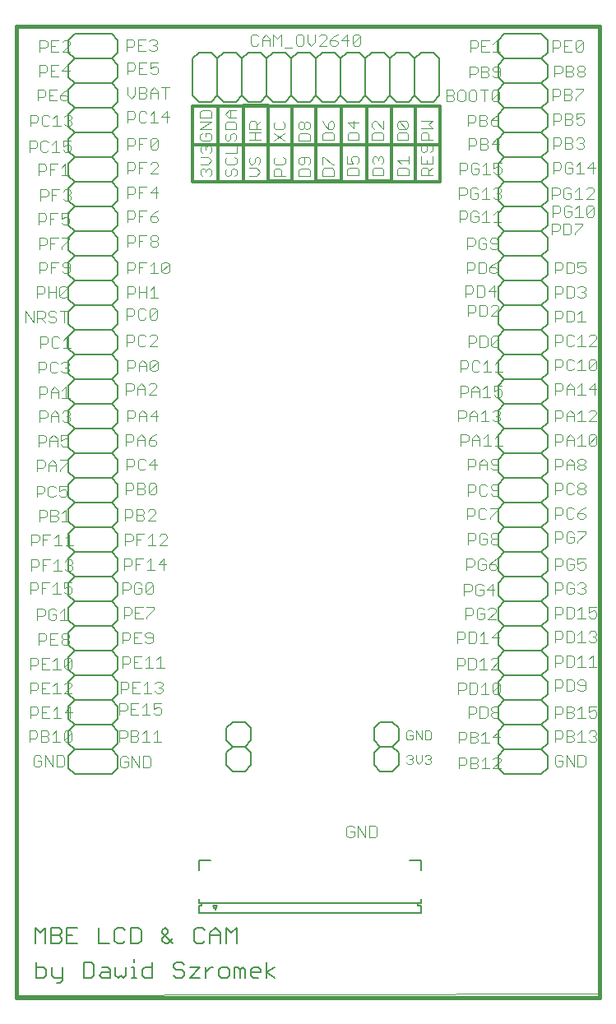
<source format=gto>
G75*
%MOIN*%
%OFA0B0*%
%FSLAX25Y25*%
%IPPOS*%
%LPD*%
%AMOC8*
5,1,8,0,0,1.08239X$1,22.5*
%
%ADD10C,0.00000*%
%ADD11C,0.00300*%
%ADD12C,0.00400*%
%ADD13C,0.00600*%
%ADD14C,0.01200*%
%ADD15C,0.01600*%
%ADD16C,0.00800*%
D10*
X0001739Y0002810D02*
X0001739Y0395311D01*
X0238660Y0395811D01*
X0238660Y0003310D01*
X0001739Y0002810D01*
D11*
X0159874Y0097092D02*
X0160492Y0096475D01*
X0161726Y0096475D01*
X0162343Y0097092D01*
X0162343Y0097710D01*
X0161726Y0098327D01*
X0161109Y0098327D01*
X0161726Y0098327D02*
X0162343Y0098944D01*
X0162343Y0099561D01*
X0161726Y0100178D01*
X0160492Y0100178D01*
X0159874Y0099561D01*
X0163558Y0100178D02*
X0163558Y0097710D01*
X0164792Y0096475D01*
X0166026Y0097710D01*
X0166026Y0100178D01*
X0167241Y0099561D02*
X0167858Y0100178D01*
X0169092Y0100178D01*
X0169709Y0099561D01*
X0169709Y0098944D01*
X0169092Y0098327D01*
X0169709Y0097710D01*
X0169709Y0097092D01*
X0169092Y0096475D01*
X0167858Y0096475D01*
X0167241Y0097092D01*
X0168475Y0098327D02*
X0169092Y0098327D01*
X0169092Y0106318D02*
X0167241Y0106318D01*
X0167241Y0110021D01*
X0169092Y0110021D01*
X0169709Y0109404D01*
X0169709Y0106935D01*
X0169092Y0106318D01*
X0166026Y0106318D02*
X0166026Y0110021D01*
X0163558Y0110021D02*
X0163558Y0106318D01*
X0162343Y0106935D02*
X0162343Y0108169D01*
X0161109Y0108169D01*
X0162343Y0106935D02*
X0161726Y0106318D01*
X0160492Y0106318D01*
X0159874Y0106935D01*
X0159874Y0109404D01*
X0160492Y0110021D01*
X0161726Y0110021D01*
X0162343Y0109404D01*
X0163558Y0110021D02*
X0166026Y0106318D01*
D12*
X0180962Y0106518D02*
X0183264Y0106518D01*
X0184031Y0107285D01*
X0184031Y0108820D01*
X0183264Y0109587D01*
X0180962Y0109587D01*
X0180962Y0104983D01*
X0185566Y0104983D02*
X0187868Y0104983D01*
X0188635Y0105751D01*
X0188635Y0106518D01*
X0187868Y0107285D01*
X0185566Y0107285D01*
X0185566Y0104983D02*
X0185566Y0109587D01*
X0187868Y0109587D01*
X0188635Y0108820D01*
X0188635Y0108053D01*
X0187868Y0107285D01*
X0190170Y0108053D02*
X0191705Y0109587D01*
X0191705Y0104983D01*
X0193239Y0104983D02*
X0190170Y0104983D01*
X0194774Y0107285D02*
X0197843Y0107285D01*
X0197076Y0104983D02*
X0197076Y0109587D01*
X0194774Y0107285D01*
X0194890Y0115226D02*
X0194123Y0115993D01*
X0194123Y0116761D01*
X0194890Y0117528D01*
X0196425Y0117528D01*
X0197192Y0116761D01*
X0197192Y0115993D01*
X0196425Y0115226D01*
X0194890Y0115226D01*
X0194890Y0117528D02*
X0194123Y0118295D01*
X0194123Y0119063D01*
X0194890Y0119830D01*
X0196425Y0119830D01*
X0197192Y0119063D01*
X0197192Y0118295D01*
X0196425Y0117528D01*
X0192588Y0119063D02*
X0191821Y0119830D01*
X0189519Y0119830D01*
X0189519Y0115226D01*
X0191821Y0115226D01*
X0192588Y0115993D01*
X0192588Y0119063D01*
X0187984Y0119063D02*
X0187984Y0117528D01*
X0187217Y0116761D01*
X0184915Y0116761D01*
X0184915Y0115226D02*
X0184915Y0119830D01*
X0187217Y0119830D01*
X0187984Y0119063D01*
X0187768Y0124869D02*
X0188535Y0125636D01*
X0188535Y0128705D01*
X0187768Y0129472D01*
X0185466Y0129472D01*
X0185466Y0124869D01*
X0187768Y0124869D01*
X0190070Y0124869D02*
X0193139Y0124869D01*
X0191605Y0124869D02*
X0191605Y0129472D01*
X0190070Y0127938D01*
X0189470Y0134895D02*
X0192539Y0134895D01*
X0191005Y0134895D02*
X0191005Y0139499D01*
X0189470Y0137965D01*
X0187935Y0138732D02*
X0187168Y0139499D01*
X0184866Y0139499D01*
X0184866Y0134895D01*
X0187168Y0134895D01*
X0187935Y0135663D01*
X0187935Y0138732D01*
X0183331Y0138732D02*
X0183331Y0137197D01*
X0182564Y0136430D01*
X0180262Y0136430D01*
X0180262Y0134895D02*
X0180262Y0139499D01*
X0182564Y0139499D01*
X0183331Y0138732D01*
X0185066Y0145538D02*
X0187368Y0145538D01*
X0188135Y0146305D01*
X0188135Y0149374D01*
X0187368Y0150142D01*
X0185066Y0150142D01*
X0185066Y0145538D01*
X0183531Y0147840D02*
X0182764Y0147072D01*
X0180462Y0147072D01*
X0180462Y0145538D02*
X0180462Y0150142D01*
X0182764Y0150142D01*
X0183531Y0149374D01*
X0183531Y0147840D01*
X0189670Y0148607D02*
X0191205Y0150142D01*
X0191205Y0145538D01*
X0192739Y0145538D02*
X0189670Y0145538D01*
X0194274Y0147840D02*
X0197343Y0147840D01*
X0196576Y0150142D02*
X0194274Y0147840D01*
X0196576Y0145538D02*
X0196576Y0150142D01*
X0195892Y0155180D02*
X0192823Y0155180D01*
X0195892Y0158250D01*
X0195892Y0159017D01*
X0195125Y0159784D01*
X0193590Y0159784D01*
X0192823Y0159017D01*
X0191288Y0159017D02*
X0190521Y0159784D01*
X0188986Y0159784D01*
X0188219Y0159017D01*
X0188219Y0155948D01*
X0188986Y0155180D01*
X0190521Y0155180D01*
X0191288Y0155948D01*
X0191288Y0157482D01*
X0189754Y0157482D01*
X0186684Y0157482D02*
X0186684Y0159017D01*
X0185917Y0159784D01*
X0183615Y0159784D01*
X0183615Y0155180D01*
X0183615Y0156715D02*
X0185917Y0156715D01*
X0186684Y0157482D01*
X0188586Y0164823D02*
X0187819Y0165590D01*
X0187819Y0168659D01*
X0188586Y0169427D01*
X0190121Y0169427D01*
X0190888Y0168659D01*
X0190888Y0167125D02*
X0189354Y0167125D01*
X0190888Y0167125D02*
X0190888Y0165590D01*
X0190121Y0164823D01*
X0188586Y0164823D01*
X0186284Y0167125D02*
X0185517Y0166357D01*
X0183215Y0166357D01*
X0183215Y0164823D02*
X0183215Y0169427D01*
X0185517Y0169427D01*
X0186284Y0168659D01*
X0186284Y0167125D01*
X0192423Y0167125D02*
X0195492Y0167125D01*
X0194725Y0164823D02*
X0194725Y0169427D01*
X0192423Y0167125D01*
X0191121Y0175065D02*
X0189586Y0175065D01*
X0188819Y0175833D01*
X0188819Y0178902D01*
X0189586Y0179669D01*
X0191121Y0179669D01*
X0191888Y0178902D01*
X0191888Y0177367D02*
X0190354Y0177367D01*
X0191888Y0177367D02*
X0191888Y0175833D01*
X0191121Y0175065D01*
X0193423Y0175833D02*
X0194190Y0175065D01*
X0195725Y0175065D01*
X0196492Y0175833D01*
X0196492Y0176600D01*
X0195725Y0177367D01*
X0193423Y0177367D01*
X0193423Y0175833D01*
X0193423Y0177367D02*
X0194957Y0178902D01*
X0196492Y0179669D01*
X0196225Y0185492D02*
X0194690Y0185492D01*
X0193923Y0186259D01*
X0193923Y0187027D01*
X0194690Y0187794D01*
X0196225Y0187794D01*
X0196992Y0187027D01*
X0196992Y0186259D01*
X0196225Y0185492D01*
X0196225Y0187794D02*
X0196992Y0188561D01*
X0196992Y0189329D01*
X0196225Y0190096D01*
X0194690Y0190096D01*
X0193923Y0189329D01*
X0193923Y0188561D01*
X0194690Y0187794D01*
X0192388Y0187794D02*
X0192388Y0186259D01*
X0191621Y0185492D01*
X0190086Y0185492D01*
X0189319Y0186259D01*
X0189319Y0189329D01*
X0190086Y0190096D01*
X0191621Y0190096D01*
X0192388Y0189329D01*
X0192388Y0187794D02*
X0190854Y0187794D01*
X0187784Y0187794D02*
X0187017Y0187027D01*
X0184715Y0187027D01*
X0184715Y0185492D02*
X0184715Y0190096D01*
X0187017Y0190096D01*
X0187784Y0189329D01*
X0187784Y0187794D01*
X0189786Y0195635D02*
X0191321Y0195635D01*
X0192088Y0196402D01*
X0193623Y0196402D02*
X0193623Y0195635D01*
X0193623Y0196402D02*
X0196692Y0199471D01*
X0196692Y0200239D01*
X0193623Y0200239D01*
X0192088Y0199471D02*
X0191321Y0200239D01*
X0189786Y0200239D01*
X0189019Y0199471D01*
X0189019Y0196402D01*
X0189786Y0195635D01*
X0187484Y0197937D02*
X0187484Y0199471D01*
X0186717Y0200239D01*
X0184415Y0200239D01*
X0184415Y0195635D01*
X0184415Y0197169D02*
X0186717Y0197169D01*
X0187484Y0197937D01*
X0190086Y0205277D02*
X0191621Y0205277D01*
X0192388Y0206044D01*
X0193923Y0206044D02*
X0194690Y0205277D01*
X0196225Y0205277D01*
X0196992Y0206044D01*
X0196992Y0209114D01*
X0196225Y0209881D01*
X0194690Y0209881D01*
X0193923Y0209114D01*
X0193923Y0208346D01*
X0194690Y0207579D01*
X0196992Y0207579D01*
X0192388Y0209114D02*
X0191621Y0209881D01*
X0190086Y0209881D01*
X0189319Y0209114D01*
X0189319Y0206044D01*
X0190086Y0205277D01*
X0187784Y0207579D02*
X0187017Y0206812D01*
X0184715Y0206812D01*
X0184715Y0205277D02*
X0184715Y0209881D01*
X0187017Y0209881D01*
X0187784Y0209114D01*
X0187784Y0207579D01*
X0189403Y0215620D02*
X0189403Y0218689D01*
X0190938Y0220224D01*
X0192472Y0218689D01*
X0192472Y0215620D01*
X0194007Y0216387D02*
X0194774Y0215620D01*
X0196309Y0215620D01*
X0197076Y0216387D01*
X0197076Y0219456D01*
X0196309Y0220224D01*
X0194774Y0220224D01*
X0194007Y0219456D01*
X0194007Y0218689D01*
X0194774Y0217922D01*
X0197076Y0217922D01*
X0192472Y0217922D02*
X0189403Y0217922D01*
X0187868Y0217922D02*
X0187101Y0217154D01*
X0184799Y0217154D01*
X0184799Y0215620D02*
X0184799Y0220224D01*
X0187101Y0220224D01*
X0187868Y0219456D01*
X0187868Y0217922D01*
X0186450Y0225462D02*
X0186450Y0228531D01*
X0187985Y0230066D01*
X0189520Y0228531D01*
X0189520Y0225462D01*
X0191054Y0225462D02*
X0194124Y0225462D01*
X0195658Y0225462D02*
X0198728Y0225462D01*
X0197193Y0225462D02*
X0197193Y0230066D01*
X0195658Y0228531D01*
X0192589Y0230066D02*
X0192589Y0225462D01*
X0191054Y0228531D02*
X0192589Y0230066D01*
X0189520Y0227764D02*
X0186450Y0227764D01*
X0184916Y0227764D02*
X0184148Y0226997D01*
X0181846Y0226997D01*
X0181846Y0225462D02*
X0181846Y0230066D01*
X0184148Y0230066D01*
X0184916Y0229299D01*
X0184916Y0227764D01*
X0185466Y0235305D02*
X0185466Y0238374D01*
X0187001Y0239909D01*
X0188535Y0238374D01*
X0188535Y0235305D01*
X0190070Y0235305D02*
X0193139Y0235305D01*
X0191605Y0235305D02*
X0191605Y0239909D01*
X0190070Y0238374D01*
X0188535Y0237607D02*
X0185466Y0237607D01*
X0183931Y0237607D02*
X0183931Y0239141D01*
X0183164Y0239909D01*
X0180862Y0239909D01*
X0180862Y0235305D01*
X0180862Y0236839D02*
X0183164Y0236839D01*
X0183931Y0237607D01*
X0186166Y0245231D02*
X0186166Y0248301D01*
X0187701Y0249835D01*
X0189235Y0248301D01*
X0189235Y0245231D01*
X0190770Y0245231D02*
X0193839Y0245231D01*
X0192305Y0245231D02*
X0192305Y0249835D01*
X0190770Y0248301D01*
X0189235Y0247533D02*
X0186166Y0247533D01*
X0184631Y0247533D02*
X0183864Y0246766D01*
X0181562Y0246766D01*
X0181562Y0245231D02*
X0181562Y0249835D01*
X0183864Y0249835D01*
X0184631Y0249068D01*
X0184631Y0247533D01*
X0187133Y0255374D02*
X0188668Y0255374D01*
X0189435Y0256141D01*
X0190970Y0255374D02*
X0194039Y0255374D01*
X0192505Y0255374D02*
X0192505Y0259978D01*
X0190970Y0258443D01*
X0189435Y0259211D02*
X0188668Y0259978D01*
X0187133Y0259978D01*
X0186366Y0259211D01*
X0186366Y0256141D01*
X0187133Y0255374D01*
X0184831Y0257676D02*
X0184831Y0259211D01*
X0184064Y0259978D01*
X0181762Y0259978D01*
X0181762Y0255374D01*
X0181762Y0256909D02*
X0184064Y0256909D01*
X0184831Y0257676D01*
X0184915Y0265417D02*
X0184915Y0270020D01*
X0187217Y0270020D01*
X0187984Y0269253D01*
X0187984Y0267718D01*
X0187217Y0266951D01*
X0184915Y0266951D01*
X0189519Y0265417D02*
X0191821Y0265417D01*
X0192588Y0266184D01*
X0192588Y0269253D01*
X0191821Y0270020D01*
X0189519Y0270020D01*
X0189519Y0265417D01*
X0194123Y0266184D02*
X0197192Y0269253D01*
X0197192Y0266184D01*
X0196425Y0265417D01*
X0194890Y0265417D01*
X0194123Y0266184D01*
X0194123Y0269253D01*
X0194890Y0270020D01*
X0196425Y0270020D01*
X0197192Y0269253D01*
X0196992Y0277959D02*
X0193923Y0277959D01*
X0196992Y0281028D01*
X0196992Y0281796D01*
X0196225Y0282563D01*
X0194690Y0282563D01*
X0193923Y0281796D01*
X0192388Y0281796D02*
X0191621Y0282563D01*
X0189319Y0282563D01*
X0189319Y0277959D01*
X0191621Y0277959D01*
X0192388Y0278726D01*
X0192388Y0281796D01*
X0190721Y0285702D02*
X0188419Y0285702D01*
X0188419Y0290305D01*
X0190721Y0290305D01*
X0191488Y0289538D01*
X0191488Y0286469D01*
X0190721Y0285702D01*
X0193023Y0288004D02*
X0196092Y0288004D01*
X0195325Y0290305D02*
X0195325Y0285702D01*
X0193023Y0288004D02*
X0195325Y0290305D01*
X0195825Y0295344D02*
X0194290Y0295344D01*
X0193523Y0296111D01*
X0193523Y0297646D01*
X0195825Y0297646D01*
X0196592Y0296879D01*
X0196592Y0296111D01*
X0195825Y0295344D01*
X0193523Y0297646D02*
X0195057Y0299181D01*
X0196592Y0299948D01*
X0196025Y0305071D02*
X0194490Y0305071D01*
X0193723Y0305838D01*
X0192188Y0305838D02*
X0192188Y0307373D01*
X0190654Y0307373D01*
X0192188Y0308907D02*
X0191421Y0309675D01*
X0189886Y0309675D01*
X0189119Y0308907D01*
X0189119Y0305838D01*
X0189886Y0305071D01*
X0191421Y0305071D01*
X0192188Y0305838D01*
X0194490Y0307373D02*
X0196792Y0307373D01*
X0196792Y0308907D02*
X0196025Y0309675D01*
X0194490Y0309675D01*
X0193723Y0308907D01*
X0193723Y0308140D01*
X0194490Y0307373D01*
X0196792Y0305838D02*
X0196792Y0308907D01*
X0196792Y0305838D02*
X0196025Y0305071D01*
X0191221Y0299948D02*
X0188919Y0299948D01*
X0188919Y0295344D01*
X0191221Y0295344D01*
X0191988Y0296111D01*
X0191988Y0299181D01*
X0191221Y0299948D01*
X0187384Y0299181D02*
X0187384Y0297646D01*
X0186617Y0296879D01*
X0184315Y0296879D01*
X0184315Y0295344D02*
X0184315Y0299948D01*
X0186617Y0299948D01*
X0187384Y0299181D01*
X0184515Y0305071D02*
X0184515Y0309675D01*
X0186817Y0309675D01*
X0187584Y0308907D01*
X0187584Y0307373D01*
X0186817Y0306605D01*
X0184515Y0306605D01*
X0186633Y0316013D02*
X0188168Y0316013D01*
X0188935Y0316781D01*
X0188935Y0318315D01*
X0187401Y0318315D01*
X0185866Y0319850D02*
X0185866Y0316781D01*
X0186633Y0316013D01*
X0184331Y0318315D02*
X0183564Y0317548D01*
X0181262Y0317548D01*
X0181262Y0316013D02*
X0181262Y0320617D01*
X0183564Y0320617D01*
X0184331Y0319850D01*
X0184331Y0318315D01*
X0185866Y0319850D02*
X0186633Y0320617D01*
X0188168Y0320617D01*
X0188935Y0319850D01*
X0190470Y0319083D02*
X0192005Y0320617D01*
X0192005Y0316013D01*
X0193539Y0316013D02*
X0190470Y0316013D01*
X0195074Y0316013D02*
X0198143Y0316013D01*
X0196609Y0316013D02*
X0196609Y0320617D01*
X0195074Y0319083D01*
X0195757Y0325456D02*
X0194990Y0326223D01*
X0195757Y0325456D02*
X0197292Y0325456D01*
X0198059Y0326223D01*
X0198059Y0326991D01*
X0197292Y0327758D01*
X0196524Y0327758D01*
X0197292Y0327758D02*
X0198059Y0328525D01*
X0198059Y0329293D01*
X0197292Y0330060D01*
X0195757Y0330060D01*
X0194990Y0329293D01*
X0191920Y0330060D02*
X0191920Y0325456D01*
X0190386Y0325456D02*
X0193455Y0325456D01*
X0190386Y0328525D02*
X0191920Y0330060D01*
X0188851Y0329293D02*
X0188084Y0330060D01*
X0186549Y0330060D01*
X0185782Y0329293D01*
X0185782Y0326223D01*
X0186549Y0325456D01*
X0188084Y0325456D01*
X0188851Y0326223D01*
X0188851Y0327758D01*
X0187317Y0327758D01*
X0184247Y0327758D02*
X0183480Y0326991D01*
X0181178Y0326991D01*
X0181178Y0325456D02*
X0181178Y0330060D01*
X0183480Y0330060D01*
X0184247Y0329293D01*
X0184247Y0327758D01*
X0186749Y0335598D02*
X0188284Y0335598D01*
X0189051Y0336366D01*
X0189051Y0337900D01*
X0187517Y0337900D01*
X0189051Y0339435D02*
X0188284Y0340202D01*
X0186749Y0340202D01*
X0185982Y0339435D01*
X0185982Y0336366D01*
X0186749Y0335598D01*
X0184447Y0337900D02*
X0183680Y0337133D01*
X0181378Y0337133D01*
X0181378Y0335598D02*
X0181378Y0340202D01*
X0183680Y0340202D01*
X0184447Y0339435D01*
X0184447Y0337900D01*
X0185015Y0345441D02*
X0185015Y0350045D01*
X0187317Y0350045D01*
X0188084Y0349278D01*
X0188084Y0347743D01*
X0187317Y0346976D01*
X0185015Y0346976D01*
X0189619Y0347743D02*
X0191921Y0347743D01*
X0192688Y0346976D01*
X0192688Y0346208D01*
X0191921Y0345441D01*
X0189619Y0345441D01*
X0189619Y0350045D01*
X0191921Y0350045D01*
X0192688Y0349278D01*
X0192688Y0348510D01*
X0191921Y0347743D01*
X0194223Y0347743D02*
X0197292Y0347743D01*
X0196525Y0345441D02*
X0196525Y0350045D01*
X0194223Y0347743D01*
X0194790Y0354983D02*
X0196325Y0354983D01*
X0197092Y0355751D01*
X0197092Y0356518D01*
X0196325Y0357285D01*
X0194023Y0357285D01*
X0194023Y0355751D01*
X0194790Y0354983D01*
X0192488Y0355751D02*
X0191721Y0354983D01*
X0189419Y0354983D01*
X0189419Y0359587D01*
X0191721Y0359587D01*
X0192488Y0358820D01*
X0192488Y0358053D01*
X0191721Y0357285D01*
X0189419Y0357285D01*
X0187884Y0357285D02*
X0187117Y0356518D01*
X0184815Y0356518D01*
X0184815Y0354983D02*
X0184815Y0359587D01*
X0187117Y0359587D01*
X0187884Y0358820D01*
X0187884Y0357285D01*
X0191721Y0357285D02*
X0192488Y0356518D01*
X0192488Y0355751D01*
X0194023Y0357285D02*
X0195557Y0358820D01*
X0197092Y0359587D01*
X0196652Y0365045D02*
X0195118Y0365045D01*
X0194350Y0365812D01*
X0197420Y0368881D01*
X0197420Y0365812D01*
X0196652Y0365045D01*
X0194350Y0365812D02*
X0194350Y0368881D01*
X0195118Y0369649D01*
X0196652Y0369649D01*
X0197420Y0368881D01*
X0192816Y0369649D02*
X0189746Y0369649D01*
X0191281Y0369649D02*
X0191281Y0365045D01*
X0188212Y0365812D02*
X0188212Y0368881D01*
X0187444Y0369649D01*
X0185910Y0369649D01*
X0185142Y0368881D01*
X0185142Y0365812D01*
X0185910Y0365045D01*
X0187444Y0365045D01*
X0188212Y0365812D01*
X0183608Y0365812D02*
X0183608Y0368881D01*
X0182841Y0369649D01*
X0181306Y0369649D01*
X0180539Y0368881D01*
X0180539Y0365812D01*
X0181306Y0365045D01*
X0182841Y0365045D01*
X0183608Y0365812D01*
X0179004Y0365812D02*
X0178237Y0365045D01*
X0175935Y0365045D01*
X0175935Y0369649D01*
X0178237Y0369649D01*
X0179004Y0368881D01*
X0179004Y0368114D01*
X0178237Y0367347D01*
X0175935Y0367347D01*
X0178237Y0367347D02*
X0179004Y0366580D01*
X0179004Y0365812D01*
X0185499Y0374669D02*
X0185499Y0379272D01*
X0187801Y0379272D01*
X0188568Y0378505D01*
X0188568Y0376970D01*
X0187801Y0376203D01*
X0185499Y0376203D01*
X0190103Y0376970D02*
X0192405Y0376970D01*
X0193172Y0376203D01*
X0193172Y0375436D01*
X0192405Y0374669D01*
X0190103Y0374669D01*
X0190103Y0379272D01*
X0192405Y0379272D01*
X0193172Y0378505D01*
X0193172Y0377738D01*
X0192405Y0376970D01*
X0194707Y0377738D02*
X0195474Y0376970D01*
X0197776Y0376970D01*
X0197776Y0375436D02*
X0197776Y0378505D01*
X0197009Y0379272D01*
X0195474Y0379272D01*
X0194707Y0378505D01*
X0194707Y0377738D01*
X0194707Y0375436D02*
X0195474Y0374669D01*
X0197009Y0374669D01*
X0197776Y0375436D01*
X0197864Y0385157D02*
X0194794Y0385157D01*
X0193260Y0385157D02*
X0190191Y0385157D01*
X0190191Y0389761D01*
X0193260Y0389761D01*
X0194794Y0388227D02*
X0196329Y0389761D01*
X0196329Y0385157D01*
X0191725Y0387459D02*
X0190191Y0387459D01*
X0188656Y0387459D02*
X0187889Y0386692D01*
X0185587Y0386692D01*
X0185587Y0385157D02*
X0185587Y0389761D01*
X0187889Y0389761D01*
X0188656Y0388994D01*
X0188656Y0387459D01*
X0170347Y0357187D02*
X0165743Y0357187D01*
X0165743Y0354117D02*
X0170347Y0354117D01*
X0168813Y0355652D01*
X0170347Y0357187D01*
X0168045Y0352583D02*
X0168813Y0351815D01*
X0168813Y0349513D01*
X0170347Y0349513D02*
X0165743Y0349513D01*
X0165743Y0351815D01*
X0166511Y0352583D01*
X0168045Y0352583D01*
X0168713Y0347391D02*
X0167945Y0346623D01*
X0167945Y0345089D01*
X0167178Y0344321D01*
X0166411Y0344321D01*
X0165643Y0345089D01*
X0165643Y0346623D01*
X0166411Y0347391D01*
X0168713Y0347391D02*
X0169480Y0347391D01*
X0170247Y0346623D01*
X0170247Y0345089D01*
X0169480Y0344321D01*
X0170247Y0342787D02*
X0170247Y0339717D01*
X0165643Y0339717D01*
X0165643Y0342787D01*
X0167945Y0341252D02*
X0167945Y0339717D01*
X0167945Y0338183D02*
X0168713Y0337415D01*
X0168713Y0335113D01*
X0170247Y0335113D02*
X0165643Y0335113D01*
X0165643Y0337415D01*
X0166411Y0338183D01*
X0167945Y0338183D01*
X0168713Y0336648D02*
X0170247Y0338183D01*
X0160647Y0337315D02*
X0159880Y0338083D01*
X0156811Y0338083D01*
X0156043Y0337315D01*
X0156043Y0335013D01*
X0160647Y0335013D01*
X0160647Y0337315D01*
X0160647Y0339617D02*
X0160647Y0342687D01*
X0160647Y0341152D02*
X0156043Y0341152D01*
X0157578Y0339617D01*
X0155943Y0349313D02*
X0155943Y0351615D01*
X0156711Y0352383D01*
X0159780Y0352383D01*
X0160547Y0351615D01*
X0160547Y0349313D01*
X0155943Y0349313D01*
X0156711Y0353917D02*
X0155943Y0354685D01*
X0155943Y0356219D01*
X0156711Y0356987D01*
X0159780Y0353917D01*
X0160547Y0354685D01*
X0160547Y0356219D01*
X0159780Y0356987D01*
X0156711Y0356987D01*
X0156711Y0353917D02*
X0159780Y0353917D01*
X0150447Y0353917D02*
X0147378Y0356987D01*
X0146611Y0356987D01*
X0145843Y0356219D01*
X0145843Y0354685D01*
X0146611Y0353917D01*
X0146611Y0352383D02*
X0145843Y0351615D01*
X0145843Y0349313D01*
X0150447Y0349313D01*
X0150447Y0351615D01*
X0149680Y0352383D01*
X0146611Y0352383D01*
X0150447Y0353917D02*
X0150447Y0356987D01*
X0149780Y0342687D02*
X0149013Y0342687D01*
X0148245Y0341919D01*
X0148245Y0341152D01*
X0148245Y0341919D02*
X0147478Y0342687D01*
X0146711Y0342687D01*
X0145943Y0341919D01*
X0145943Y0340385D01*
X0146711Y0339617D01*
X0146711Y0338083D02*
X0145943Y0337315D01*
X0145943Y0335013D01*
X0150547Y0335013D01*
X0150547Y0337315D01*
X0149780Y0338083D01*
X0146711Y0338083D01*
X0149780Y0339617D02*
X0150547Y0340385D01*
X0150547Y0341919D01*
X0149780Y0342687D01*
X0140447Y0342019D02*
X0140447Y0340485D01*
X0139680Y0339717D01*
X0139680Y0338183D02*
X0136611Y0338183D01*
X0135843Y0337415D01*
X0135843Y0335113D01*
X0140447Y0335113D01*
X0140447Y0337415D01*
X0139680Y0338183D01*
X0138145Y0339717D02*
X0137378Y0341252D01*
X0137378Y0342019D01*
X0138145Y0342787D01*
X0139680Y0342787D01*
X0140447Y0342019D01*
X0138145Y0339717D02*
X0135843Y0339717D01*
X0135843Y0342787D01*
X0135943Y0349513D02*
X0135943Y0351815D01*
X0136711Y0352583D01*
X0139780Y0352583D01*
X0140547Y0351815D01*
X0140547Y0349513D01*
X0135943Y0349513D01*
X0138245Y0354117D02*
X0135943Y0356419D01*
X0140547Y0356419D01*
X0138245Y0357187D02*
X0138245Y0354117D01*
X0130447Y0354685D02*
X0130447Y0356219D01*
X0129680Y0356987D01*
X0128913Y0356987D01*
X0128145Y0356219D01*
X0128145Y0353917D01*
X0129680Y0353917D01*
X0130447Y0354685D01*
X0128145Y0353917D02*
X0126611Y0355452D01*
X0125843Y0356987D01*
X0126611Y0352383D02*
X0125843Y0351615D01*
X0125843Y0349313D01*
X0130447Y0349313D01*
X0130447Y0351615D01*
X0129680Y0352383D01*
X0126611Y0352383D01*
X0120647Y0351415D02*
X0120647Y0349113D01*
X0116043Y0349113D01*
X0116043Y0351415D01*
X0116811Y0352183D01*
X0119880Y0352183D01*
X0120647Y0351415D01*
X0119880Y0353717D02*
X0119113Y0353717D01*
X0118345Y0354485D01*
X0118345Y0356019D01*
X0119113Y0356787D01*
X0119880Y0356787D01*
X0120647Y0356019D01*
X0120647Y0354485D01*
X0119880Y0353717D01*
X0118345Y0354485D02*
X0117578Y0353717D01*
X0116811Y0353717D01*
X0116043Y0354485D01*
X0116043Y0356019D01*
X0116811Y0356787D01*
X0117578Y0356787D01*
X0118345Y0356019D01*
X0118445Y0342487D02*
X0118445Y0340185D01*
X0117678Y0339417D01*
X0116911Y0339417D01*
X0116143Y0340185D01*
X0116143Y0341719D01*
X0116911Y0342487D01*
X0119980Y0342487D01*
X0120747Y0341719D01*
X0120747Y0340185D01*
X0119980Y0339417D01*
X0119980Y0337883D02*
X0116911Y0337883D01*
X0116143Y0337115D01*
X0116143Y0334813D01*
X0120747Y0334813D01*
X0120747Y0337115D01*
X0119980Y0337883D01*
X0125743Y0337215D02*
X0125743Y0334913D01*
X0130347Y0334913D01*
X0130347Y0337215D01*
X0129580Y0337983D01*
X0126511Y0337983D01*
X0125743Y0337215D01*
X0125743Y0339517D02*
X0125743Y0342587D01*
X0126511Y0342587D01*
X0129580Y0339517D01*
X0130347Y0339517D01*
X0110647Y0340185D02*
X0110647Y0341719D01*
X0109880Y0342487D01*
X0110647Y0340185D02*
X0109880Y0339417D01*
X0106811Y0339417D01*
X0106043Y0340185D01*
X0106043Y0341719D01*
X0106811Y0342487D01*
X0106811Y0337883D02*
X0108345Y0337883D01*
X0109113Y0337115D01*
X0109113Y0334813D01*
X0110647Y0334813D02*
X0106043Y0334813D01*
X0106043Y0337115D01*
X0106811Y0337883D01*
X0105943Y0349113D02*
X0110547Y0352183D01*
X0109780Y0353717D02*
X0106711Y0353717D01*
X0105943Y0354485D01*
X0105943Y0356019D01*
X0106711Y0356787D01*
X0109780Y0356787D02*
X0110547Y0356019D01*
X0110547Y0354485D01*
X0109780Y0353717D01*
X0105943Y0352183D02*
X0110547Y0349113D01*
X0100647Y0349313D02*
X0096043Y0349313D01*
X0098345Y0349313D02*
X0098345Y0352383D01*
X0099113Y0353917D02*
X0099113Y0356219D01*
X0098345Y0356987D01*
X0096811Y0356987D01*
X0096043Y0356219D01*
X0096043Y0353917D01*
X0100647Y0353917D01*
X0100647Y0352383D02*
X0096043Y0352383D01*
X0099113Y0355452D02*
X0100647Y0356987D01*
X0099780Y0342587D02*
X0100547Y0341819D01*
X0100547Y0340285D01*
X0099780Y0339517D01*
X0099013Y0337983D02*
X0095943Y0337983D01*
X0096711Y0339517D02*
X0095943Y0340285D01*
X0095943Y0341819D01*
X0096711Y0342587D01*
X0098245Y0341819D02*
X0099013Y0342587D01*
X0099780Y0342587D01*
X0098245Y0341819D02*
X0098245Y0340285D01*
X0097478Y0339517D01*
X0096711Y0339517D01*
X0099013Y0337983D02*
X0100547Y0336448D01*
X0099013Y0334913D01*
X0095943Y0334913D01*
X0090947Y0335581D02*
X0090180Y0334813D01*
X0090947Y0335581D02*
X0090947Y0337115D01*
X0090180Y0337883D01*
X0089413Y0337883D01*
X0088645Y0337115D01*
X0088645Y0335581D01*
X0087878Y0334813D01*
X0087111Y0334813D01*
X0086343Y0335581D01*
X0086343Y0337115D01*
X0087111Y0337883D01*
X0087111Y0339417D02*
X0090180Y0339417D01*
X0090947Y0340185D01*
X0090947Y0341719D01*
X0090180Y0342487D01*
X0090947Y0344021D02*
X0090947Y0347091D01*
X0090080Y0349113D02*
X0090847Y0349881D01*
X0090847Y0351415D01*
X0090080Y0352183D01*
X0089313Y0352183D01*
X0088545Y0351415D01*
X0088545Y0349881D01*
X0087778Y0349113D01*
X0087011Y0349113D01*
X0086243Y0349881D01*
X0086243Y0351415D01*
X0087011Y0352183D01*
X0086243Y0353717D02*
X0086243Y0356019D01*
X0087011Y0356787D01*
X0090080Y0356787D01*
X0090847Y0356019D01*
X0090847Y0353717D01*
X0086243Y0353717D01*
X0087778Y0358321D02*
X0086243Y0359856D01*
X0087778Y0361391D01*
X0090847Y0361391D01*
X0088545Y0361391D02*
X0088545Y0358321D01*
X0087778Y0358321D02*
X0090847Y0358321D01*
X0080747Y0358321D02*
X0080747Y0360623D01*
X0079980Y0361391D01*
X0076911Y0361391D01*
X0076143Y0360623D01*
X0076143Y0358321D01*
X0080747Y0358321D01*
X0080747Y0356787D02*
X0076143Y0356787D01*
X0076143Y0353717D02*
X0080747Y0356787D01*
X0080747Y0353717D02*
X0076143Y0353717D01*
X0076911Y0352183D02*
X0076143Y0351415D01*
X0076143Y0349881D01*
X0076911Y0349113D01*
X0079980Y0349113D01*
X0080747Y0349881D01*
X0080747Y0351415D01*
X0079980Y0352183D01*
X0078445Y0352183D01*
X0078445Y0350648D01*
X0077778Y0347091D02*
X0077011Y0347091D01*
X0076243Y0346323D01*
X0076243Y0344789D01*
X0077011Y0344021D01*
X0076243Y0342487D02*
X0079313Y0342487D01*
X0080847Y0340952D01*
X0079313Y0339417D01*
X0076243Y0339417D01*
X0077011Y0337883D02*
X0077778Y0337883D01*
X0078545Y0337115D01*
X0079313Y0337883D01*
X0080080Y0337883D01*
X0080847Y0337115D01*
X0080847Y0335581D01*
X0080080Y0334813D01*
X0078545Y0336348D02*
X0078545Y0337115D01*
X0077011Y0337883D02*
X0076243Y0337115D01*
X0076243Y0335581D01*
X0077011Y0334813D01*
X0080080Y0344021D02*
X0080847Y0344789D01*
X0080847Y0346323D01*
X0080080Y0347091D01*
X0079313Y0347091D01*
X0078545Y0346323D01*
X0078545Y0345556D01*
X0078545Y0346323D02*
X0077778Y0347091D01*
X0086343Y0344021D02*
X0090947Y0344021D01*
X0087111Y0342487D02*
X0086343Y0341719D01*
X0086343Y0340185D01*
X0087111Y0339417D01*
X0062849Y0356368D02*
X0062849Y0360972D01*
X0060547Y0358670D01*
X0063616Y0358670D01*
X0059013Y0356368D02*
X0055943Y0356368D01*
X0057478Y0356368D02*
X0057478Y0360972D01*
X0055943Y0359437D01*
X0054409Y0360204D02*
X0053641Y0360972D01*
X0052107Y0360972D01*
X0051339Y0360204D01*
X0051339Y0357135D01*
X0052107Y0356368D01*
X0053641Y0356368D01*
X0054409Y0357135D01*
X0054409Y0350145D02*
X0051339Y0350145D01*
X0051339Y0345541D01*
X0051339Y0347843D02*
X0052874Y0347843D01*
X0049805Y0347843D02*
X0049037Y0347076D01*
X0046735Y0347076D01*
X0046735Y0345541D02*
X0046735Y0350145D01*
X0049037Y0350145D01*
X0049805Y0349378D01*
X0049805Y0347843D01*
X0049037Y0340302D02*
X0046735Y0340302D01*
X0046735Y0335698D01*
X0046735Y0337233D02*
X0049037Y0337233D01*
X0049805Y0338000D01*
X0049805Y0339535D01*
X0049037Y0340302D01*
X0051339Y0340302D02*
X0051339Y0335698D01*
X0051339Y0338000D02*
X0052874Y0338000D01*
X0051339Y0340302D02*
X0054409Y0340302D01*
X0055943Y0339535D02*
X0056711Y0340302D01*
X0058245Y0340302D01*
X0059013Y0339535D01*
X0059013Y0338768D01*
X0055943Y0335698D01*
X0059013Y0335698D01*
X0058245Y0330460D02*
X0055943Y0328158D01*
X0059013Y0328158D01*
X0058245Y0325856D02*
X0058245Y0330460D01*
X0054409Y0330460D02*
X0051339Y0330460D01*
X0051339Y0325856D01*
X0051339Y0328158D02*
X0052874Y0328158D01*
X0049805Y0328158D02*
X0049037Y0327391D01*
X0046735Y0327391D01*
X0046735Y0325856D02*
X0046735Y0330460D01*
X0049037Y0330460D01*
X0049805Y0329693D01*
X0049805Y0328158D01*
X0049037Y0320617D02*
X0046735Y0320617D01*
X0046735Y0316013D01*
X0046735Y0317548D02*
X0049037Y0317548D01*
X0049805Y0318315D01*
X0049805Y0319850D01*
X0049037Y0320617D01*
X0051339Y0320617D02*
X0051339Y0316013D01*
X0051339Y0318315D02*
X0052874Y0318315D01*
X0051339Y0320617D02*
X0054409Y0320617D01*
X0055943Y0318315D02*
X0055943Y0316781D01*
X0056711Y0316013D01*
X0058245Y0316013D01*
X0059013Y0316781D01*
X0059013Y0317548D01*
X0058245Y0318315D01*
X0055943Y0318315D01*
X0057478Y0319850D01*
X0059013Y0320617D01*
X0058245Y0310775D02*
X0056711Y0310775D01*
X0055943Y0310007D01*
X0055943Y0309240D01*
X0056711Y0308473D01*
X0058245Y0308473D01*
X0059013Y0307705D01*
X0059013Y0306938D01*
X0058245Y0306171D01*
X0056711Y0306171D01*
X0055943Y0306938D01*
X0055943Y0307705D01*
X0056711Y0308473D01*
X0058245Y0308473D02*
X0059013Y0309240D01*
X0059013Y0310007D01*
X0058245Y0310775D01*
X0054409Y0310775D02*
X0051339Y0310775D01*
X0051339Y0306171D01*
X0051339Y0308473D02*
X0052874Y0308473D01*
X0049805Y0308473D02*
X0049805Y0310007D01*
X0049037Y0310775D01*
X0046735Y0310775D01*
X0046735Y0306171D01*
X0046735Y0307705D02*
X0049037Y0307705D01*
X0049805Y0308473D01*
X0049037Y0299948D02*
X0046735Y0299948D01*
X0046735Y0295344D01*
X0046735Y0296879D02*
X0049037Y0296879D01*
X0049805Y0297646D01*
X0049805Y0299181D01*
X0049037Y0299948D01*
X0051339Y0299948D02*
X0051339Y0295344D01*
X0051339Y0297646D02*
X0052874Y0297646D01*
X0051339Y0299948D02*
X0054409Y0299948D01*
X0055943Y0298413D02*
X0057478Y0299948D01*
X0057478Y0295344D01*
X0055943Y0295344D02*
X0059013Y0295344D01*
X0060547Y0296111D02*
X0060547Y0299181D01*
X0061315Y0299948D01*
X0062849Y0299948D01*
X0063616Y0299181D01*
X0060547Y0296111D01*
X0061315Y0295344D01*
X0062849Y0295344D01*
X0063616Y0296111D01*
X0063616Y0299181D01*
X0057478Y0290105D02*
X0055943Y0288571D01*
X0054409Y0287804D02*
X0051339Y0287804D01*
X0049805Y0287804D02*
X0049037Y0287036D01*
X0046735Y0287036D01*
X0046735Y0285502D02*
X0046735Y0290105D01*
X0049037Y0290105D01*
X0049805Y0289338D01*
X0049805Y0287804D01*
X0051339Y0290105D02*
X0051339Y0285502D01*
X0054409Y0285502D02*
X0054409Y0290105D01*
X0057478Y0290105D02*
X0057478Y0285502D01*
X0055943Y0285502D02*
X0059013Y0285502D01*
X0057945Y0281131D02*
X0056411Y0281131D01*
X0055643Y0280364D01*
X0055643Y0277295D01*
X0058713Y0280364D01*
X0058713Y0277295D01*
X0057945Y0276528D01*
X0056411Y0276528D01*
X0055643Y0277295D01*
X0054109Y0277295D02*
X0053341Y0276528D01*
X0051807Y0276528D01*
X0051039Y0277295D01*
X0051039Y0280364D01*
X0051807Y0281131D01*
X0053341Y0281131D01*
X0054109Y0280364D01*
X0057945Y0281131D02*
X0058713Y0280364D01*
X0057902Y0270424D02*
X0056367Y0270424D01*
X0055600Y0269656D01*
X0054065Y0269656D02*
X0053298Y0270424D01*
X0051763Y0270424D01*
X0050996Y0269656D01*
X0050996Y0266587D01*
X0051763Y0265820D01*
X0053298Y0265820D01*
X0054065Y0266587D01*
X0055600Y0265820D02*
X0058669Y0268889D01*
X0058669Y0269656D01*
X0057902Y0270424D01*
X0058669Y0265820D02*
X0055600Y0265820D01*
X0056625Y0260224D02*
X0058159Y0260224D01*
X0058927Y0259456D01*
X0055857Y0256387D01*
X0056625Y0255620D01*
X0058159Y0255620D01*
X0058927Y0256387D01*
X0058927Y0259456D01*
X0056625Y0260224D02*
X0055857Y0259456D01*
X0055857Y0256387D01*
X0054323Y0255620D02*
X0054323Y0258689D01*
X0052788Y0260224D01*
X0051254Y0258689D01*
X0051254Y0255620D01*
X0051254Y0257922D02*
X0054323Y0257922D01*
X0056182Y0250724D02*
X0055415Y0249956D01*
X0056182Y0250724D02*
X0057717Y0250724D01*
X0058484Y0249956D01*
X0058484Y0249189D01*
X0055415Y0246120D01*
X0058484Y0246120D01*
X0058245Y0239909D02*
X0055943Y0237607D01*
X0059013Y0237607D01*
X0058245Y0235305D02*
X0058245Y0239909D01*
X0054409Y0238374D02*
X0054409Y0235305D01*
X0054409Y0237607D02*
X0051339Y0237607D01*
X0051339Y0238374D02*
X0052874Y0239909D01*
X0054409Y0238374D01*
X0051339Y0238374D02*
X0051339Y0235305D01*
X0049037Y0236839D02*
X0046735Y0236839D01*
X0046735Y0235305D02*
X0046735Y0239909D01*
X0049037Y0239909D01*
X0049805Y0239141D01*
X0049805Y0237607D01*
X0049037Y0236839D01*
X0048437Y0230066D02*
X0046135Y0230066D01*
X0046135Y0225462D01*
X0046135Y0226997D02*
X0048437Y0226997D01*
X0049205Y0227764D01*
X0049205Y0229299D01*
X0048437Y0230066D01*
X0050739Y0228531D02*
X0050739Y0225462D01*
X0050739Y0227764D02*
X0053809Y0227764D01*
X0053809Y0228531D02*
X0053809Y0225462D01*
X0055343Y0226230D02*
X0056111Y0225462D01*
X0057645Y0225462D01*
X0058413Y0226230D01*
X0058413Y0226997D01*
X0057645Y0227764D01*
X0055343Y0227764D01*
X0055343Y0226230D01*
X0055343Y0227764D02*
X0056878Y0229299D01*
X0058413Y0230066D01*
X0053809Y0228531D02*
X0052274Y0230066D01*
X0050739Y0228531D01*
X0051707Y0220224D02*
X0050939Y0219456D01*
X0050939Y0216387D01*
X0051707Y0215620D01*
X0053241Y0215620D01*
X0054009Y0216387D01*
X0055543Y0217922D02*
X0058613Y0217922D01*
X0057845Y0215620D02*
X0057845Y0220224D01*
X0055543Y0217922D01*
X0054009Y0219456D02*
X0053241Y0220224D01*
X0051707Y0220224D01*
X0049405Y0219456D02*
X0049405Y0217922D01*
X0048637Y0217154D01*
X0046335Y0217154D01*
X0046335Y0215620D02*
X0046335Y0220224D01*
X0048637Y0220224D01*
X0049405Y0219456D01*
X0048437Y0210381D02*
X0046135Y0210381D01*
X0046135Y0205777D01*
X0046135Y0207312D02*
X0048437Y0207312D01*
X0049205Y0208079D01*
X0049205Y0209614D01*
X0048437Y0210381D01*
X0050739Y0210381D02*
X0050739Y0205777D01*
X0053041Y0205777D01*
X0053809Y0206544D01*
X0053809Y0207312D01*
X0053041Y0208079D01*
X0050739Y0208079D01*
X0050739Y0210381D02*
X0053041Y0210381D01*
X0053809Y0209614D01*
X0053809Y0208846D01*
X0053041Y0208079D01*
X0055343Y0206544D02*
X0055343Y0209614D01*
X0056111Y0210381D01*
X0057645Y0210381D01*
X0058413Y0209614D01*
X0055343Y0206544D01*
X0056111Y0205777D01*
X0057645Y0205777D01*
X0058413Y0206544D01*
X0058413Y0209614D01*
X0057245Y0199639D02*
X0055711Y0199639D01*
X0054943Y0198871D01*
X0053409Y0198871D02*
X0053409Y0198104D01*
X0052641Y0197337D01*
X0050339Y0197337D01*
X0048805Y0197337D02*
X0048037Y0196569D01*
X0045735Y0196569D01*
X0045735Y0195035D02*
X0045735Y0199639D01*
X0048037Y0199639D01*
X0048805Y0198871D01*
X0048805Y0197337D01*
X0050339Y0195035D02*
X0050339Y0199639D01*
X0052641Y0199639D01*
X0053409Y0198871D01*
X0052641Y0197337D02*
X0053409Y0196569D01*
X0053409Y0195802D01*
X0052641Y0195035D01*
X0050339Y0195035D01*
X0054943Y0195035D02*
X0058013Y0198104D01*
X0058013Y0198871D01*
X0057245Y0199639D01*
X0058013Y0195035D02*
X0054943Y0195035D01*
X0053509Y0189712D02*
X0050439Y0189712D01*
X0050439Y0185108D01*
X0050439Y0187410D02*
X0051974Y0187410D01*
X0048905Y0187410D02*
X0048137Y0186643D01*
X0045835Y0186643D01*
X0045835Y0185108D02*
X0045835Y0189712D01*
X0048137Y0189712D01*
X0048905Y0188944D01*
X0048905Y0187410D01*
X0055043Y0188177D02*
X0056578Y0189712D01*
X0056578Y0185108D01*
X0055043Y0185108D02*
X0058113Y0185108D01*
X0059647Y0185108D02*
X0062716Y0188177D01*
X0062716Y0188944D01*
X0061949Y0189712D01*
X0060415Y0189712D01*
X0059647Y0188944D01*
X0059647Y0185108D02*
X0062716Y0185108D01*
X0061549Y0179869D02*
X0059247Y0177567D01*
X0062316Y0177567D01*
X0061549Y0175265D02*
X0061549Y0179869D01*
X0056178Y0179869D02*
X0056178Y0175265D01*
X0054643Y0175265D02*
X0057713Y0175265D01*
X0054643Y0178335D02*
X0056178Y0179869D01*
X0053109Y0179869D02*
X0050039Y0179869D01*
X0050039Y0175265D01*
X0050039Y0177567D02*
X0051574Y0177567D01*
X0048505Y0177567D02*
X0048505Y0179102D01*
X0047737Y0179869D01*
X0045435Y0179869D01*
X0045435Y0175265D01*
X0045435Y0176800D02*
X0047737Y0176800D01*
X0048505Y0177567D01*
X0047137Y0170027D02*
X0044835Y0170027D01*
X0044835Y0165423D01*
X0044835Y0166957D02*
X0047137Y0166957D01*
X0047905Y0167725D01*
X0047905Y0169259D01*
X0047137Y0170027D01*
X0049439Y0169259D02*
X0049439Y0166190D01*
X0050207Y0165423D01*
X0051741Y0165423D01*
X0052509Y0166190D01*
X0052509Y0167725D01*
X0050974Y0167725D01*
X0052509Y0169259D02*
X0051741Y0170027D01*
X0050207Y0170027D01*
X0049439Y0169259D01*
X0054043Y0169259D02*
X0054043Y0166190D01*
X0057113Y0169259D01*
X0057113Y0166190D01*
X0056345Y0165423D01*
X0054811Y0165423D01*
X0054043Y0166190D01*
X0054043Y0169259D02*
X0054811Y0170027D01*
X0056345Y0170027D01*
X0057113Y0169259D01*
X0057513Y0159984D02*
X0054443Y0159984D01*
X0052909Y0159984D02*
X0049839Y0159984D01*
X0049839Y0155380D01*
X0052909Y0155380D01*
X0054443Y0155380D02*
X0054443Y0156148D01*
X0057513Y0159217D01*
X0057513Y0159984D01*
X0051374Y0157682D02*
X0049839Y0157682D01*
X0048305Y0157682D02*
X0047537Y0156915D01*
X0045235Y0156915D01*
X0045235Y0155380D02*
X0045235Y0159984D01*
X0047537Y0159984D01*
X0048305Y0159217D01*
X0048305Y0157682D01*
X0049239Y0149942D02*
X0049239Y0145338D01*
X0052309Y0145338D01*
X0053843Y0146105D02*
X0054611Y0145338D01*
X0056145Y0145338D01*
X0056913Y0146105D01*
X0056913Y0149174D01*
X0056145Y0149942D01*
X0054611Y0149942D01*
X0053843Y0149174D01*
X0053843Y0148407D01*
X0054611Y0147640D01*
X0056913Y0147640D01*
X0052309Y0149942D02*
X0049239Y0149942D01*
X0047705Y0149174D02*
X0047705Y0147640D01*
X0046937Y0146872D01*
X0044635Y0146872D01*
X0044635Y0145338D02*
X0044635Y0149942D01*
X0046937Y0149942D01*
X0047705Y0149174D01*
X0049239Y0147640D02*
X0050774Y0147640D01*
X0049339Y0140162D02*
X0049339Y0135558D01*
X0052409Y0135558D01*
X0053943Y0135558D02*
X0057013Y0135558D01*
X0058547Y0135558D02*
X0061616Y0135558D01*
X0060082Y0135558D02*
X0060082Y0140162D01*
X0058547Y0138628D01*
X0055478Y0140162D02*
X0055478Y0135558D01*
X0053943Y0138628D02*
X0055478Y0140162D01*
X0052409Y0140162D02*
X0049339Y0140162D01*
X0047805Y0139395D02*
X0047805Y0137860D01*
X0047037Y0137093D01*
X0044735Y0137093D01*
X0044735Y0135558D02*
X0044735Y0140162D01*
X0047037Y0140162D01*
X0047805Y0139395D01*
X0049339Y0137860D02*
X0050874Y0137860D01*
X0051709Y0129872D02*
X0048639Y0129872D01*
X0048639Y0125269D01*
X0051709Y0125269D01*
X0053243Y0125269D02*
X0056313Y0125269D01*
X0054778Y0125269D02*
X0054778Y0129872D01*
X0053243Y0128338D01*
X0050174Y0127570D02*
X0048639Y0127570D01*
X0047105Y0127570D02*
X0046337Y0126803D01*
X0044035Y0126803D01*
X0044035Y0125269D02*
X0044035Y0129872D01*
X0046337Y0129872D01*
X0047105Y0129105D01*
X0047105Y0127570D01*
X0048139Y0121030D02*
X0048139Y0116426D01*
X0051209Y0116426D01*
X0052743Y0116426D02*
X0055813Y0116426D01*
X0054278Y0116426D02*
X0054278Y0121030D01*
X0052743Y0119495D01*
X0051209Y0121030D02*
X0048139Y0121030D01*
X0046605Y0120263D02*
X0046605Y0118728D01*
X0045837Y0117961D01*
X0043535Y0117961D01*
X0043535Y0116426D02*
X0043535Y0121030D01*
X0045837Y0121030D01*
X0046605Y0120263D01*
X0048139Y0118728D02*
X0049674Y0118728D01*
X0050441Y0110172D02*
X0048139Y0110172D01*
X0048139Y0105568D01*
X0050441Y0105568D01*
X0051209Y0106335D01*
X0051209Y0107102D01*
X0050441Y0107870D01*
X0048139Y0107870D01*
X0046605Y0107870D02*
X0045837Y0107102D01*
X0043535Y0107102D01*
X0043535Y0105568D02*
X0043535Y0110172D01*
X0045837Y0110172D01*
X0046605Y0109404D01*
X0046605Y0107870D01*
X0050441Y0107870D02*
X0051209Y0108637D01*
X0051209Y0109404D01*
X0050441Y0110172D01*
X0052743Y0108637D02*
X0054278Y0110172D01*
X0054278Y0105568D01*
X0052743Y0105568D02*
X0055813Y0105568D01*
X0057347Y0105568D02*
X0060416Y0105568D01*
X0058882Y0105568D02*
X0058882Y0110172D01*
X0057347Y0108637D01*
X0058115Y0116426D02*
X0057347Y0117193D01*
X0058115Y0116426D02*
X0059649Y0116426D01*
X0060416Y0117193D01*
X0060416Y0118728D01*
X0059649Y0119495D01*
X0058882Y0119495D01*
X0057347Y0118728D01*
X0057347Y0121030D01*
X0060416Y0121030D01*
X0060149Y0125269D02*
X0058615Y0125269D01*
X0057847Y0126036D01*
X0059382Y0127570D02*
X0060149Y0127570D01*
X0060916Y0126803D01*
X0060916Y0126036D01*
X0060149Y0125269D01*
X0060149Y0127570D02*
X0060916Y0128338D01*
X0060916Y0129105D01*
X0060149Y0129872D01*
X0058615Y0129872D01*
X0057847Y0129105D01*
X0055345Y0099645D02*
X0053043Y0099645D01*
X0053043Y0095041D01*
X0055345Y0095041D01*
X0056113Y0095808D01*
X0056113Y0098878D01*
X0055345Y0099645D01*
X0051509Y0099645D02*
X0051509Y0095041D01*
X0048439Y0099645D01*
X0048439Y0095041D01*
X0046905Y0095808D02*
X0046905Y0097343D01*
X0045370Y0097343D01*
X0043835Y0098878D02*
X0043835Y0095808D01*
X0044603Y0095041D01*
X0046137Y0095041D01*
X0046905Y0095808D01*
X0046905Y0098878D02*
X0046137Y0099645D01*
X0044603Y0099645D01*
X0043835Y0098878D01*
X0024315Y0117328D02*
X0021246Y0117328D01*
X0023548Y0119630D01*
X0023548Y0115026D01*
X0019711Y0115026D02*
X0016642Y0115026D01*
X0018176Y0115026D02*
X0018176Y0119630D01*
X0016642Y0118095D01*
X0015107Y0119630D02*
X0012038Y0119630D01*
X0012038Y0115026D01*
X0015107Y0115026D01*
X0013572Y0117328D02*
X0012038Y0117328D01*
X0010503Y0117328D02*
X0009736Y0116561D01*
X0007434Y0116561D01*
X0007434Y0115026D02*
X0007434Y0119630D01*
X0009736Y0119630D01*
X0010503Y0118863D01*
X0010503Y0117328D01*
X0009436Y0109987D02*
X0007134Y0109987D01*
X0007134Y0105383D01*
X0007134Y0106918D02*
X0009436Y0106918D01*
X0010203Y0107685D01*
X0010203Y0109220D01*
X0009436Y0109987D01*
X0011738Y0109987D02*
X0011738Y0105383D01*
X0014040Y0105383D01*
X0014807Y0106151D01*
X0014807Y0106918D01*
X0014040Y0107685D01*
X0011738Y0107685D01*
X0014040Y0107685D02*
X0014807Y0108453D01*
X0014807Y0109220D01*
X0014040Y0109987D01*
X0011738Y0109987D01*
X0016342Y0108453D02*
X0017876Y0109987D01*
X0017876Y0105383D01*
X0016342Y0105383D02*
X0019411Y0105383D01*
X0020946Y0106151D02*
X0024015Y0109220D01*
X0024015Y0106151D01*
X0023248Y0105383D01*
X0021713Y0105383D01*
X0020946Y0106151D01*
X0020946Y0109220D01*
X0021713Y0109987D01*
X0023248Y0109987D01*
X0024015Y0109220D01*
X0020228Y0100045D02*
X0017926Y0100045D01*
X0017926Y0095441D01*
X0020228Y0095441D01*
X0020995Y0096208D01*
X0020995Y0099278D01*
X0020228Y0100045D01*
X0016391Y0100045D02*
X0016391Y0095441D01*
X0013322Y0100045D01*
X0013322Y0095441D01*
X0011787Y0096208D02*
X0011787Y0097743D01*
X0010253Y0097743D01*
X0011787Y0099278D02*
X0011020Y0100045D01*
X0009485Y0100045D01*
X0008718Y0099278D01*
X0008718Y0096208D01*
X0009485Y0095441D01*
X0011020Y0095441D01*
X0011787Y0096208D01*
X0011938Y0124969D02*
X0015007Y0124969D01*
X0016542Y0124969D02*
X0019611Y0124969D01*
X0021146Y0124969D02*
X0024215Y0128038D01*
X0024215Y0128805D01*
X0023448Y0129572D01*
X0021913Y0129572D01*
X0021146Y0128805D01*
X0018076Y0129572D02*
X0018076Y0124969D01*
X0021146Y0124969D02*
X0024215Y0124969D01*
X0023448Y0134911D02*
X0021913Y0134911D01*
X0021146Y0135678D01*
X0024215Y0138748D01*
X0024215Y0135678D01*
X0023448Y0134911D01*
X0021146Y0135678D02*
X0021146Y0138748D01*
X0021913Y0139515D01*
X0023448Y0139515D01*
X0024215Y0138748D01*
X0019611Y0134911D02*
X0016542Y0134911D01*
X0018076Y0134911D02*
X0018076Y0139515D01*
X0016542Y0137980D01*
X0015007Y0139515D02*
X0011938Y0139515D01*
X0011938Y0134911D01*
X0015007Y0134911D01*
X0013472Y0137213D02*
X0011938Y0137213D01*
X0010403Y0137213D02*
X0009636Y0136446D01*
X0007334Y0136446D01*
X0007334Y0134911D02*
X0007334Y0139515D01*
X0009636Y0139515D01*
X0010403Y0138748D01*
X0010403Y0137213D01*
X0010802Y0144838D02*
X0010802Y0149442D01*
X0013104Y0149442D01*
X0013872Y0148674D01*
X0013872Y0147140D01*
X0013104Y0146372D01*
X0010802Y0146372D01*
X0015406Y0147140D02*
X0016941Y0147140D01*
X0018476Y0149442D02*
X0015406Y0149442D01*
X0015406Y0144838D01*
X0018476Y0144838D01*
X0020010Y0145605D02*
X0020010Y0146372D01*
X0020778Y0147140D01*
X0022312Y0147140D01*
X0023079Y0146372D01*
X0023079Y0145605D01*
X0022312Y0144838D01*
X0020778Y0144838D01*
X0020010Y0145605D01*
X0020778Y0147140D02*
X0020010Y0147907D01*
X0020010Y0148674D01*
X0020778Y0149442D01*
X0022312Y0149442D01*
X0023079Y0148674D01*
X0023079Y0147907D01*
X0022312Y0147140D01*
X0022479Y0154780D02*
X0019410Y0154780D01*
X0020945Y0154780D02*
X0020945Y0159384D01*
X0019410Y0157850D01*
X0017876Y0158617D02*
X0017108Y0159384D01*
X0015574Y0159384D01*
X0014806Y0158617D01*
X0014806Y0155548D01*
X0015574Y0154780D01*
X0017108Y0154780D01*
X0017876Y0155548D01*
X0017876Y0157082D01*
X0016341Y0157082D01*
X0013272Y0157082D02*
X0012504Y0156315D01*
X0010202Y0156315D01*
X0010202Y0154780D02*
X0010202Y0159384D01*
X0012504Y0159384D01*
X0013272Y0158617D01*
X0013272Y0157082D01*
X0011938Y0165423D02*
X0011938Y0170027D01*
X0015007Y0170027D01*
X0016542Y0168492D02*
X0018076Y0170027D01*
X0018076Y0165423D01*
X0016542Y0165423D02*
X0019611Y0165423D01*
X0021146Y0166190D02*
X0021913Y0165423D01*
X0023448Y0165423D01*
X0024215Y0166190D01*
X0024215Y0167725D01*
X0023448Y0168492D01*
X0022680Y0168492D01*
X0021146Y0167725D01*
X0021146Y0170027D01*
X0024215Y0170027D01*
X0023748Y0174765D02*
X0022213Y0174765D01*
X0021446Y0175533D01*
X0019911Y0174765D02*
X0016842Y0174765D01*
X0018376Y0174765D02*
X0018376Y0179369D01*
X0016842Y0177835D01*
X0015307Y0179369D02*
X0012238Y0179369D01*
X0012238Y0174765D01*
X0012238Y0177067D02*
X0013772Y0177067D01*
X0010703Y0177067D02*
X0009936Y0176300D01*
X0007634Y0176300D01*
X0007634Y0174765D02*
X0007634Y0179369D01*
X0009936Y0179369D01*
X0010703Y0178602D01*
X0010703Y0177067D01*
X0009636Y0170027D02*
X0007334Y0170027D01*
X0007334Y0165423D01*
X0007334Y0166957D02*
X0009636Y0166957D01*
X0010403Y0167725D01*
X0010403Y0169259D01*
X0009636Y0170027D01*
X0011938Y0167725D02*
X0013472Y0167725D01*
X0021446Y0178602D02*
X0022213Y0179369D01*
X0023748Y0179369D01*
X0024515Y0178602D01*
X0024515Y0177835D01*
X0023748Y0177067D01*
X0024515Y0176300D01*
X0024515Y0175533D01*
X0023748Y0174765D01*
X0023748Y0177067D02*
X0022980Y0177067D01*
X0023165Y0184992D02*
X0023165Y0189596D01*
X0021630Y0188061D01*
X0021630Y0184992D02*
X0024699Y0184992D01*
X0020095Y0184992D02*
X0017026Y0184992D01*
X0018561Y0184992D02*
X0018561Y0189596D01*
X0017026Y0188061D01*
X0015491Y0189596D02*
X0012422Y0189596D01*
X0012422Y0184992D01*
X0012422Y0187294D02*
X0013957Y0187294D01*
X0010887Y0187294D02*
X0010120Y0186527D01*
X0007818Y0186527D01*
X0007818Y0184992D02*
X0007818Y0189596D01*
X0010120Y0189596D01*
X0010887Y0188829D01*
X0010887Y0187294D01*
X0010887Y0194935D02*
X0010887Y0199539D01*
X0013189Y0199539D01*
X0013956Y0198771D01*
X0013956Y0197237D01*
X0013189Y0196469D01*
X0010887Y0196469D01*
X0015491Y0197237D02*
X0017792Y0197237D01*
X0018560Y0196469D01*
X0018560Y0195702D01*
X0017792Y0194935D01*
X0015491Y0194935D01*
X0015491Y0199539D01*
X0017792Y0199539D01*
X0018560Y0198771D01*
X0018560Y0198004D01*
X0017792Y0197237D01*
X0020094Y0198004D02*
X0021629Y0199539D01*
X0021629Y0194935D01*
X0020094Y0194935D02*
X0023164Y0194935D01*
X0021396Y0204677D02*
X0019862Y0204677D01*
X0019094Y0205444D01*
X0017560Y0205444D02*
X0016792Y0204677D01*
X0015258Y0204677D01*
X0014491Y0205444D01*
X0014491Y0208514D01*
X0015258Y0209281D01*
X0016792Y0209281D01*
X0017560Y0208514D01*
X0019094Y0209281D02*
X0019094Y0206979D01*
X0020629Y0207746D01*
X0021396Y0207746D01*
X0022164Y0206979D01*
X0022164Y0205444D01*
X0021396Y0204677D01*
X0022164Y0209281D02*
X0019094Y0209281D01*
X0019379Y0215020D02*
X0019379Y0215787D01*
X0022448Y0218856D01*
X0022448Y0219624D01*
X0019379Y0219624D01*
X0017844Y0218089D02*
X0017844Y0215020D01*
X0017844Y0217322D02*
X0014775Y0217322D01*
X0014775Y0218089D02*
X0016309Y0219624D01*
X0017844Y0218089D01*
X0014775Y0218089D02*
X0014775Y0215020D01*
X0013240Y0217322D02*
X0013240Y0218856D01*
X0012473Y0219624D01*
X0010171Y0219624D01*
X0010171Y0215020D01*
X0010171Y0216554D02*
X0012473Y0216554D01*
X0013240Y0217322D01*
X0012189Y0209281D02*
X0009887Y0209281D01*
X0009887Y0204677D01*
X0009887Y0206212D02*
X0012189Y0206212D01*
X0012956Y0206979D01*
X0012956Y0208514D01*
X0012189Y0209281D01*
X0010571Y0225262D02*
X0010571Y0229866D01*
X0012873Y0229866D01*
X0013640Y0229099D01*
X0013640Y0227564D01*
X0012873Y0226797D01*
X0010571Y0226797D01*
X0015175Y0227564D02*
X0018244Y0227564D01*
X0018244Y0228331D02*
X0018244Y0225262D01*
X0019779Y0226030D02*
X0020546Y0225262D01*
X0022081Y0225262D01*
X0022848Y0226030D01*
X0022848Y0227564D01*
X0022081Y0228331D01*
X0021313Y0228331D01*
X0019779Y0227564D01*
X0019779Y0229866D01*
X0022848Y0229866D01*
X0018244Y0228331D02*
X0016709Y0229866D01*
X0015175Y0228331D01*
X0015175Y0225262D01*
X0015775Y0235105D02*
X0015775Y0238174D01*
X0017309Y0239709D01*
X0018844Y0238174D01*
X0018844Y0235105D01*
X0020379Y0235872D02*
X0021146Y0235105D01*
X0022681Y0235105D01*
X0023448Y0235872D01*
X0023448Y0236639D01*
X0022681Y0237407D01*
X0021913Y0237407D01*
X0022681Y0237407D02*
X0023448Y0238174D01*
X0023448Y0238941D01*
X0022681Y0239709D01*
X0021146Y0239709D01*
X0020379Y0238941D01*
X0018844Y0237407D02*
X0015775Y0237407D01*
X0014240Y0237407D02*
X0014240Y0238941D01*
X0013473Y0239709D01*
X0011171Y0239709D01*
X0011171Y0235105D01*
X0011171Y0236639D02*
X0013473Y0236639D01*
X0014240Y0237407D01*
X0015554Y0244831D02*
X0015554Y0247901D01*
X0017088Y0249435D01*
X0018623Y0247901D01*
X0018623Y0244831D01*
X0020157Y0244831D02*
X0023227Y0244831D01*
X0021692Y0244831D02*
X0021692Y0249435D01*
X0020157Y0247901D01*
X0018623Y0247133D02*
X0015554Y0247133D01*
X0014019Y0247133D02*
X0013252Y0246366D01*
X0010950Y0246366D01*
X0010950Y0244831D02*
X0010950Y0249435D01*
X0013252Y0249435D01*
X0014019Y0248668D01*
X0014019Y0247133D01*
X0016021Y0254974D02*
X0017555Y0254974D01*
X0018323Y0255741D01*
X0019857Y0255741D02*
X0020625Y0254974D01*
X0022159Y0254974D01*
X0022927Y0255741D01*
X0022927Y0256509D01*
X0022159Y0257276D01*
X0021392Y0257276D01*
X0022159Y0257276D02*
X0022927Y0258043D01*
X0022927Y0258811D01*
X0022159Y0259578D01*
X0020625Y0259578D01*
X0019857Y0258811D01*
X0018323Y0258811D02*
X0017555Y0259578D01*
X0016021Y0259578D01*
X0015254Y0258811D01*
X0015254Y0255741D01*
X0016021Y0254974D01*
X0013719Y0257276D02*
X0013719Y0258811D01*
X0012952Y0259578D01*
X0010650Y0259578D01*
X0010650Y0254974D01*
X0010650Y0256509D02*
X0012952Y0256509D01*
X0013719Y0257276D01*
X0011350Y0265117D02*
X0011350Y0269720D01*
X0013652Y0269720D01*
X0014419Y0268953D01*
X0014419Y0267418D01*
X0013652Y0266651D01*
X0011350Y0266651D01*
X0015954Y0265884D02*
X0016721Y0265117D01*
X0018255Y0265117D01*
X0019023Y0265884D01*
X0020557Y0265117D02*
X0023627Y0265117D01*
X0022092Y0265117D02*
X0022092Y0269720D01*
X0020557Y0268186D01*
X0019023Y0268953D02*
X0018255Y0269720D01*
X0016721Y0269720D01*
X0015954Y0268953D01*
X0015954Y0265884D01*
X0015525Y0275459D02*
X0014757Y0276226D01*
X0015525Y0275459D02*
X0017059Y0275459D01*
X0017827Y0276226D01*
X0017827Y0276994D01*
X0017059Y0277761D01*
X0015525Y0277761D01*
X0014757Y0278528D01*
X0014757Y0279296D01*
X0015525Y0280063D01*
X0017059Y0280063D01*
X0017827Y0279296D01*
X0019361Y0280063D02*
X0022431Y0280063D01*
X0020896Y0280063D02*
X0020896Y0275459D01*
X0021496Y0285502D02*
X0019962Y0285502D01*
X0019194Y0286269D01*
X0022264Y0289338D01*
X0022264Y0286269D01*
X0021496Y0285502D01*
X0019194Y0286269D02*
X0019194Y0289338D01*
X0019962Y0290105D01*
X0021496Y0290105D01*
X0022264Y0289338D01*
X0017660Y0290105D02*
X0017660Y0285502D01*
X0017660Y0287804D02*
X0014591Y0287804D01*
X0013056Y0287804D02*
X0012289Y0287036D01*
X0009987Y0287036D01*
X0009987Y0285502D02*
X0009987Y0290105D01*
X0012289Y0290105D01*
X0013056Y0289338D01*
X0013056Y0287804D01*
X0014591Y0285502D02*
X0014591Y0290105D01*
X0015691Y0295344D02*
X0015691Y0299948D01*
X0018760Y0299948D01*
X0020294Y0299181D02*
X0020294Y0298413D01*
X0021062Y0297646D01*
X0023364Y0297646D01*
X0023364Y0296111D02*
X0023364Y0299181D01*
X0022596Y0299948D01*
X0021062Y0299948D01*
X0020294Y0299181D01*
X0020294Y0296111D02*
X0021062Y0295344D01*
X0022596Y0295344D01*
X0023364Y0296111D01*
X0017225Y0297646D02*
X0015691Y0297646D01*
X0014156Y0297646D02*
X0014156Y0299181D01*
X0013389Y0299948D01*
X0011087Y0299948D01*
X0011087Y0295344D01*
X0011087Y0296879D02*
X0013389Y0296879D01*
X0014156Y0297646D01*
X0015491Y0305187D02*
X0015491Y0309791D01*
X0018560Y0309791D01*
X0020094Y0309791D02*
X0023164Y0309791D01*
X0023164Y0309023D01*
X0020094Y0305954D01*
X0020094Y0305187D01*
X0017025Y0307489D02*
X0015491Y0307489D01*
X0013956Y0307489D02*
X0013189Y0306721D01*
X0010887Y0306721D01*
X0010887Y0305187D02*
X0010887Y0309791D01*
X0013189Y0309791D01*
X0013956Y0309023D01*
X0013956Y0307489D01*
X0015291Y0315029D02*
X0015291Y0319633D01*
X0018360Y0319633D01*
X0019894Y0319633D02*
X0019894Y0317331D01*
X0021429Y0318098D01*
X0022196Y0318098D01*
X0022964Y0317331D01*
X0022964Y0315796D01*
X0022196Y0315029D01*
X0020662Y0315029D01*
X0019894Y0315796D01*
X0019894Y0319633D02*
X0022964Y0319633D01*
X0022996Y0324756D02*
X0021462Y0324756D01*
X0020694Y0325523D01*
X0022229Y0327058D02*
X0022996Y0327058D01*
X0023764Y0326291D01*
X0023764Y0325523D01*
X0022996Y0324756D01*
X0022996Y0327058D02*
X0023764Y0327825D01*
X0023764Y0328593D01*
X0022996Y0329360D01*
X0021462Y0329360D01*
X0020694Y0328593D01*
X0019160Y0329360D02*
X0016091Y0329360D01*
X0016091Y0324756D01*
X0016091Y0327058D02*
X0017625Y0327058D01*
X0014556Y0327058D02*
X0013789Y0326291D01*
X0011487Y0326291D01*
X0011487Y0324756D02*
X0011487Y0329360D01*
X0013789Y0329360D01*
X0014556Y0328593D01*
X0014556Y0327058D01*
X0012989Y0319633D02*
X0010687Y0319633D01*
X0010687Y0315029D01*
X0010687Y0316564D02*
X0012989Y0316564D01*
X0013756Y0317331D01*
X0013756Y0318866D01*
X0012989Y0319633D01*
X0015291Y0317331D02*
X0016825Y0317331D01*
X0015391Y0335098D02*
X0015391Y0339702D01*
X0018460Y0339702D01*
X0019994Y0338168D02*
X0021529Y0339702D01*
X0021529Y0335098D01*
X0019994Y0335098D02*
X0023064Y0335098D01*
X0016925Y0337400D02*
X0015391Y0337400D01*
X0013856Y0337400D02*
X0013856Y0338935D01*
X0013089Y0339702D01*
X0010787Y0339702D01*
X0010787Y0335098D01*
X0010787Y0336633D02*
X0013089Y0336633D01*
X0013856Y0337400D01*
X0013840Y0344541D02*
X0014607Y0345308D01*
X0013840Y0344541D02*
X0012305Y0344541D01*
X0011538Y0345308D01*
X0011538Y0348378D01*
X0012305Y0349145D01*
X0013840Y0349145D01*
X0014607Y0348378D01*
X0016142Y0347610D02*
X0017676Y0349145D01*
X0017676Y0344541D01*
X0016142Y0344541D02*
X0019211Y0344541D01*
X0020746Y0345308D02*
X0021513Y0344541D01*
X0023048Y0344541D01*
X0023815Y0345308D01*
X0023815Y0346843D01*
X0023048Y0347610D01*
X0022280Y0347610D01*
X0020746Y0346843D01*
X0020746Y0349145D01*
X0023815Y0349145D01*
X0023448Y0354983D02*
X0021913Y0354983D01*
X0021146Y0355751D01*
X0019611Y0354983D02*
X0016542Y0354983D01*
X0018076Y0354983D02*
X0018076Y0359587D01*
X0016542Y0358053D01*
X0015007Y0358820D02*
X0014240Y0359587D01*
X0012705Y0359587D01*
X0011938Y0358820D01*
X0011938Y0355751D01*
X0012705Y0354983D01*
X0014240Y0354983D01*
X0015007Y0355751D01*
X0010403Y0357285D02*
X0009636Y0356518D01*
X0007334Y0356518D01*
X0007334Y0354983D02*
X0007334Y0359587D01*
X0009636Y0359587D01*
X0010403Y0358820D01*
X0010403Y0357285D01*
X0010287Y0365310D02*
X0010287Y0369914D01*
X0012589Y0369914D01*
X0013356Y0369147D01*
X0013356Y0367612D01*
X0012589Y0366845D01*
X0010287Y0366845D01*
X0014891Y0367612D02*
X0016425Y0367612D01*
X0014891Y0365310D02*
X0017960Y0365310D01*
X0019494Y0366078D02*
X0020262Y0365310D01*
X0021796Y0365310D01*
X0022564Y0366078D01*
X0022564Y0366845D01*
X0021796Y0367612D01*
X0019494Y0367612D01*
X0019494Y0366078D01*
X0019494Y0367612D02*
X0021029Y0369147D01*
X0022564Y0369914D01*
X0022496Y0375253D02*
X0022496Y0379857D01*
X0020194Y0377555D01*
X0023264Y0377555D01*
X0023464Y0385195D02*
X0020394Y0385195D01*
X0023464Y0388265D01*
X0023464Y0389032D01*
X0022696Y0389799D01*
X0021162Y0389799D01*
X0020394Y0389032D01*
X0018860Y0389799D02*
X0015791Y0389799D01*
X0015791Y0385195D01*
X0018860Y0385195D01*
X0017325Y0387497D02*
X0015791Y0387497D01*
X0014256Y0387497D02*
X0013489Y0386730D01*
X0011187Y0386730D01*
X0011187Y0385195D02*
X0011187Y0389799D01*
X0013489Y0389799D01*
X0014256Y0389032D01*
X0014256Y0387497D01*
X0013289Y0379857D02*
X0010987Y0379857D01*
X0010987Y0375253D01*
X0010987Y0376787D02*
X0013289Y0376787D01*
X0014056Y0377555D01*
X0014056Y0379089D01*
X0013289Y0379857D01*
X0015591Y0379857D02*
X0015591Y0375253D01*
X0018660Y0375253D01*
X0017125Y0377555D02*
X0015591Y0377555D01*
X0015591Y0379857D02*
X0018660Y0379857D01*
X0017960Y0369914D02*
X0014891Y0369914D01*
X0014891Y0365310D01*
X0021146Y0358820D02*
X0021913Y0359587D01*
X0023448Y0359587D01*
X0024215Y0358820D01*
X0024215Y0358053D01*
X0023448Y0357285D01*
X0024215Y0356518D01*
X0024215Y0355751D01*
X0023448Y0354983D01*
X0023448Y0357285D02*
X0022680Y0357285D01*
X0010003Y0348378D02*
X0010003Y0346843D01*
X0009236Y0346076D01*
X0006934Y0346076D01*
X0006934Y0344541D02*
X0006934Y0349145D01*
X0009236Y0349145D01*
X0010003Y0348378D01*
X0046735Y0356368D02*
X0046735Y0360972D01*
X0049037Y0360972D01*
X0049805Y0360204D01*
X0049805Y0358670D01*
X0049037Y0357902D01*
X0046735Y0357902D01*
X0048270Y0366210D02*
X0046735Y0367745D01*
X0046735Y0370814D01*
X0049805Y0370814D02*
X0049805Y0367745D01*
X0048270Y0366210D01*
X0051339Y0366210D02*
X0051339Y0370814D01*
X0053641Y0370814D01*
X0054409Y0370047D01*
X0054409Y0369280D01*
X0053641Y0368512D01*
X0051339Y0368512D01*
X0051339Y0366210D02*
X0053641Y0366210D01*
X0054409Y0366978D01*
X0054409Y0367745D01*
X0053641Y0368512D01*
X0055943Y0368512D02*
X0059013Y0368512D01*
X0059013Y0369280D02*
X0059013Y0366210D01*
X0062082Y0366210D02*
X0062082Y0370814D01*
X0063616Y0370814D02*
X0060547Y0370814D01*
X0059013Y0369280D02*
X0057478Y0370814D01*
X0055943Y0369280D01*
X0055943Y0366210D01*
X0056711Y0376053D02*
X0055943Y0376820D01*
X0056711Y0376053D02*
X0058245Y0376053D01*
X0059013Y0376820D01*
X0059013Y0378355D01*
X0058245Y0379122D01*
X0057478Y0379122D01*
X0055943Y0378355D01*
X0055943Y0380657D01*
X0059013Y0380657D01*
X0054409Y0380657D02*
X0051339Y0380657D01*
X0051339Y0376053D01*
X0054409Y0376053D01*
X0052874Y0378355D02*
X0051339Y0378355D01*
X0049805Y0378355D02*
X0049037Y0377587D01*
X0046735Y0377587D01*
X0046735Y0376053D02*
X0046735Y0380657D01*
X0049037Y0380657D01*
X0049805Y0379889D01*
X0049805Y0378355D01*
X0050946Y0385502D02*
X0054015Y0385502D01*
X0055550Y0386269D02*
X0056317Y0385502D01*
X0057852Y0385502D01*
X0058619Y0386269D01*
X0058619Y0387036D01*
X0057852Y0387804D01*
X0057084Y0387804D01*
X0057852Y0387804D02*
X0058619Y0388571D01*
X0058619Y0389338D01*
X0057852Y0390105D01*
X0056317Y0390105D01*
X0055550Y0389338D01*
X0054015Y0390105D02*
X0050946Y0390105D01*
X0050946Y0385502D01*
X0050946Y0387804D02*
X0052480Y0387804D01*
X0049411Y0387804D02*
X0048644Y0387036D01*
X0046342Y0387036D01*
X0046342Y0385502D02*
X0046342Y0390105D01*
X0048644Y0390105D01*
X0049411Y0389338D01*
X0049411Y0387804D01*
X0056711Y0350145D02*
X0058245Y0350145D01*
X0059013Y0349378D01*
X0055943Y0346308D01*
X0056711Y0345541D01*
X0058245Y0345541D01*
X0059013Y0346308D01*
X0059013Y0349378D01*
X0056711Y0350145D02*
X0055943Y0349378D01*
X0055943Y0346308D01*
X0097403Y0387541D02*
X0098937Y0387541D01*
X0099705Y0388308D01*
X0101239Y0387541D02*
X0101239Y0390610D01*
X0102774Y0392145D01*
X0104309Y0390610D01*
X0104309Y0387541D01*
X0105843Y0387541D02*
X0105843Y0392145D01*
X0107378Y0390610D01*
X0108913Y0392145D01*
X0108913Y0387541D01*
X0110447Y0386774D02*
X0113516Y0386774D01*
X0115051Y0388308D02*
X0115818Y0387541D01*
X0117353Y0387541D01*
X0118120Y0388308D01*
X0118120Y0391378D01*
X0117353Y0392145D01*
X0115818Y0392145D01*
X0115051Y0391378D01*
X0115051Y0388308D01*
X0119655Y0389076D02*
X0121190Y0387541D01*
X0122724Y0389076D01*
X0122724Y0392145D01*
X0124259Y0391378D02*
X0125026Y0392145D01*
X0126561Y0392145D01*
X0127328Y0391378D01*
X0127328Y0390610D01*
X0124259Y0387541D01*
X0127328Y0387541D01*
X0128863Y0388308D02*
X0128863Y0389843D01*
X0131165Y0389843D01*
X0131932Y0389076D01*
X0131932Y0388308D01*
X0131165Y0387541D01*
X0129630Y0387541D01*
X0128863Y0388308D01*
X0128863Y0389843D02*
X0130398Y0391378D01*
X0131932Y0392145D01*
X0133467Y0389843D02*
X0136536Y0389843D01*
X0138071Y0388308D02*
X0138071Y0391378D01*
X0138838Y0392145D01*
X0140373Y0392145D01*
X0141140Y0391378D01*
X0138071Y0388308D01*
X0138838Y0387541D01*
X0140373Y0387541D01*
X0141140Y0388308D01*
X0141140Y0391378D01*
X0135769Y0392145D02*
X0135769Y0387541D01*
X0133467Y0389843D02*
X0135769Y0392145D01*
X0119655Y0392145D02*
X0119655Y0389076D01*
X0104309Y0389843D02*
X0101239Y0389843D01*
X0099705Y0391378D02*
X0098937Y0392145D01*
X0097403Y0392145D01*
X0096635Y0391378D01*
X0096635Y0388308D01*
X0097403Y0387541D01*
X0048737Y0281131D02*
X0046435Y0281131D01*
X0046435Y0276528D01*
X0046435Y0278062D02*
X0048737Y0278062D01*
X0049505Y0278830D01*
X0049505Y0280364D01*
X0048737Y0281131D01*
X0048694Y0270424D02*
X0046392Y0270424D01*
X0046392Y0265820D01*
X0046392Y0267354D02*
X0048694Y0267354D01*
X0049461Y0268122D01*
X0049461Y0269656D01*
X0048694Y0270424D01*
X0048952Y0260224D02*
X0046650Y0260224D01*
X0046650Y0255620D01*
X0046650Y0257154D02*
X0048952Y0257154D01*
X0049719Y0257922D01*
X0049719Y0259456D01*
X0048952Y0260224D01*
X0048509Y0250724D02*
X0046207Y0250724D01*
X0046207Y0246120D01*
X0046207Y0247654D02*
X0048509Y0247654D01*
X0049276Y0248422D01*
X0049276Y0249956D01*
X0048509Y0250724D01*
X0050811Y0249189D02*
X0052346Y0250724D01*
X0053880Y0249189D01*
X0053880Y0246120D01*
X0053880Y0248422D02*
X0050811Y0248422D01*
X0050811Y0249189D02*
X0050811Y0246120D01*
X0013223Y0275459D02*
X0011688Y0276994D01*
X0012455Y0276994D02*
X0010154Y0276994D01*
X0010154Y0275459D02*
X0010154Y0280063D01*
X0012455Y0280063D01*
X0013223Y0279296D01*
X0013223Y0277761D01*
X0012455Y0276994D01*
X0008619Y0275459D02*
X0008619Y0280063D01*
X0005550Y0280063D02*
X0005550Y0275459D01*
X0008619Y0275459D02*
X0005550Y0280063D01*
X0007334Y0129572D02*
X0009636Y0129572D01*
X0010403Y0128805D01*
X0010403Y0127270D01*
X0009636Y0126503D01*
X0007334Y0126503D01*
X0007334Y0124969D02*
X0007334Y0129572D01*
X0011938Y0129572D02*
X0011938Y0124969D01*
X0011938Y0127270D02*
X0013472Y0127270D01*
X0015007Y0129572D02*
X0011938Y0129572D01*
X0016542Y0128038D02*
X0018076Y0129572D01*
X0135535Y0070678D02*
X0135535Y0067608D01*
X0136303Y0066841D01*
X0137837Y0066841D01*
X0138605Y0067608D01*
X0138605Y0069143D01*
X0137070Y0069143D01*
X0135535Y0070678D02*
X0136303Y0071445D01*
X0137837Y0071445D01*
X0138605Y0070678D01*
X0140139Y0071445D02*
X0140139Y0066841D01*
X0143209Y0066841D02*
X0140139Y0071445D01*
X0143209Y0071445D02*
X0143209Y0066841D01*
X0144743Y0066841D02*
X0144743Y0071445D01*
X0147045Y0071445D01*
X0147813Y0070678D01*
X0147813Y0067608D01*
X0147045Y0066841D01*
X0144743Y0066841D01*
X0181062Y0094641D02*
X0181062Y0099245D01*
X0183364Y0099245D01*
X0184131Y0098478D01*
X0184131Y0096943D01*
X0183364Y0096176D01*
X0181062Y0096176D01*
X0185666Y0096943D02*
X0187968Y0096943D01*
X0188735Y0096176D01*
X0188735Y0095408D01*
X0187968Y0094641D01*
X0185666Y0094641D01*
X0185666Y0099245D01*
X0187968Y0099245D01*
X0188735Y0098478D01*
X0188735Y0097710D01*
X0187968Y0096943D01*
X0190270Y0097710D02*
X0191805Y0099245D01*
X0191805Y0094641D01*
X0193339Y0094641D02*
X0190270Y0094641D01*
X0194874Y0094641D02*
X0197943Y0097710D01*
X0197943Y0098478D01*
X0197176Y0099245D01*
X0195641Y0099245D01*
X0194874Y0098478D01*
X0194874Y0094641D02*
X0197943Y0094641D01*
X0196976Y0124869D02*
X0195441Y0124869D01*
X0194674Y0125636D01*
X0197743Y0128705D01*
X0197743Y0125636D01*
X0196976Y0124869D01*
X0194674Y0125636D02*
X0194674Y0128705D01*
X0195441Y0129472D01*
X0196976Y0129472D01*
X0197743Y0128705D01*
X0197143Y0134895D02*
X0194074Y0134895D01*
X0197143Y0137965D01*
X0197143Y0138732D01*
X0196376Y0139499D01*
X0194841Y0139499D01*
X0194074Y0138732D01*
X0183931Y0128705D02*
X0183931Y0127170D01*
X0183164Y0126403D01*
X0180862Y0126403D01*
X0180862Y0124869D02*
X0180862Y0129472D01*
X0183164Y0129472D01*
X0183931Y0128705D01*
X0184215Y0175065D02*
X0184215Y0179669D01*
X0186517Y0179669D01*
X0187284Y0178902D01*
X0187284Y0177367D01*
X0186517Y0176600D01*
X0184215Y0176600D01*
X0219964Y0176800D02*
X0222266Y0176800D01*
X0223033Y0177567D01*
X0223033Y0179102D01*
X0222266Y0179869D01*
X0219964Y0179869D01*
X0219964Y0175265D01*
X0224568Y0176033D02*
X0225335Y0175265D01*
X0226870Y0175265D01*
X0227637Y0176033D01*
X0227637Y0177567D01*
X0226102Y0177567D01*
X0224568Y0176033D02*
X0224568Y0179102D01*
X0225335Y0179869D01*
X0226870Y0179869D01*
X0227637Y0179102D01*
X0229172Y0179869D02*
X0229172Y0177567D01*
X0230706Y0178335D01*
X0231474Y0178335D01*
X0232241Y0177567D01*
X0232241Y0176033D01*
X0231474Y0175265D01*
X0229939Y0175265D01*
X0229172Y0176033D01*
X0229172Y0179869D02*
X0232241Y0179869D01*
X0229172Y0186092D02*
X0229172Y0186859D01*
X0232241Y0189929D01*
X0232241Y0190696D01*
X0229172Y0190696D01*
X0227637Y0189929D02*
X0226870Y0190696D01*
X0225335Y0190696D01*
X0224568Y0189929D01*
X0224568Y0186859D01*
X0225335Y0186092D01*
X0226870Y0186092D01*
X0227637Y0186859D01*
X0227637Y0188394D01*
X0226102Y0188394D01*
X0223033Y0188394D02*
X0222266Y0187627D01*
X0219964Y0187627D01*
X0219964Y0186092D02*
X0219964Y0190696D01*
X0222266Y0190696D01*
X0223033Y0189929D01*
X0223033Y0188394D01*
X0225335Y0195935D02*
X0226870Y0195935D01*
X0227637Y0196702D01*
X0229172Y0196702D02*
X0229939Y0195935D01*
X0231474Y0195935D01*
X0232241Y0196702D01*
X0232241Y0197469D01*
X0231474Y0198237D01*
X0229172Y0198237D01*
X0229172Y0196702D01*
X0229172Y0198237D02*
X0230706Y0199771D01*
X0232241Y0200539D01*
X0231474Y0205777D02*
X0229939Y0205777D01*
X0229172Y0206544D01*
X0229172Y0207312D01*
X0229939Y0208079D01*
X0231474Y0208079D01*
X0232241Y0207312D01*
X0232241Y0206544D01*
X0231474Y0205777D01*
X0231474Y0208079D02*
X0232241Y0208846D01*
X0232241Y0209614D01*
X0231474Y0210381D01*
X0229939Y0210381D01*
X0229172Y0209614D01*
X0229172Y0208846D01*
X0229939Y0208079D01*
X0227637Y0206544D02*
X0226870Y0205777D01*
X0225335Y0205777D01*
X0224568Y0206544D01*
X0224568Y0209614D01*
X0225335Y0210381D01*
X0226870Y0210381D01*
X0227637Y0209614D01*
X0223033Y0209614D02*
X0223033Y0208079D01*
X0222266Y0207312D01*
X0219964Y0207312D01*
X0219964Y0205777D02*
X0219964Y0210381D01*
X0222266Y0210381D01*
X0223033Y0209614D01*
X0224568Y0215620D02*
X0224568Y0218689D01*
X0226102Y0220224D01*
X0227637Y0218689D01*
X0227637Y0215620D01*
X0229172Y0216387D02*
X0229172Y0217154D01*
X0229939Y0217922D01*
X0231474Y0217922D01*
X0232241Y0217154D01*
X0232241Y0216387D01*
X0231474Y0215620D01*
X0229939Y0215620D01*
X0229172Y0216387D01*
X0229939Y0217922D02*
X0229172Y0218689D01*
X0229172Y0219456D01*
X0229939Y0220224D01*
X0231474Y0220224D01*
X0232241Y0219456D01*
X0232241Y0218689D01*
X0231474Y0217922D01*
X0227637Y0217922D02*
X0224568Y0217922D01*
X0223033Y0217922D02*
X0223033Y0219456D01*
X0222266Y0220224D01*
X0219964Y0220224D01*
X0219964Y0215620D01*
X0219964Y0217154D02*
X0222266Y0217154D01*
X0223033Y0217922D01*
X0224568Y0225462D02*
X0224568Y0228531D01*
X0226102Y0230066D01*
X0227637Y0228531D01*
X0227637Y0225462D01*
X0229172Y0225462D02*
X0232241Y0225462D01*
X0230706Y0225462D02*
X0230706Y0230066D01*
X0229172Y0228531D01*
X0227637Y0227764D02*
X0224568Y0227764D01*
X0223033Y0227764D02*
X0222266Y0226997D01*
X0219964Y0226997D01*
X0219964Y0225462D02*
X0219964Y0230066D01*
X0222266Y0230066D01*
X0223033Y0229299D01*
X0223033Y0227764D01*
X0224568Y0235305D02*
X0224568Y0238374D01*
X0226102Y0239909D01*
X0227637Y0238374D01*
X0227637Y0235305D01*
X0229172Y0235305D02*
X0232241Y0235305D01*
X0233776Y0235305D02*
X0236845Y0238374D01*
X0236845Y0239141D01*
X0236078Y0239909D01*
X0234543Y0239909D01*
X0233776Y0239141D01*
X0233776Y0235305D02*
X0236845Y0235305D01*
X0236078Y0230066D02*
X0234543Y0230066D01*
X0233776Y0229299D01*
X0233776Y0226230D01*
X0236845Y0229299D01*
X0236845Y0226230D01*
X0236078Y0225462D01*
X0234543Y0225462D01*
X0233776Y0226230D01*
X0236845Y0229299D02*
X0236078Y0230066D01*
X0230706Y0235305D02*
X0230706Y0239909D01*
X0229172Y0238374D01*
X0227637Y0237607D02*
X0224568Y0237607D01*
X0223033Y0237607D02*
X0223033Y0239141D01*
X0222266Y0239909D01*
X0219964Y0239909D01*
X0219964Y0235305D01*
X0219964Y0236839D02*
X0222266Y0236839D01*
X0223033Y0237607D01*
X0224568Y0246131D02*
X0224568Y0249201D01*
X0226102Y0250735D01*
X0227637Y0249201D01*
X0227637Y0246131D01*
X0229172Y0246131D02*
X0232241Y0246131D01*
X0230706Y0246131D02*
X0230706Y0250735D01*
X0229172Y0249201D01*
X0227637Y0248433D02*
X0224568Y0248433D01*
X0223033Y0248433D02*
X0222266Y0247666D01*
X0219964Y0247666D01*
X0219964Y0246131D02*
X0219964Y0250735D01*
X0222266Y0250735D01*
X0223033Y0249968D01*
X0223033Y0248433D01*
X0225335Y0255974D02*
X0226870Y0255974D01*
X0227637Y0256741D01*
X0229172Y0255974D02*
X0232241Y0255974D01*
X0230706Y0255974D02*
X0230706Y0260578D01*
X0229172Y0259043D01*
X0227637Y0259811D02*
X0226870Y0260578D01*
X0225335Y0260578D01*
X0224568Y0259811D01*
X0224568Y0256741D01*
X0225335Y0255974D01*
X0223033Y0258276D02*
X0222266Y0257509D01*
X0219964Y0257509D01*
X0219964Y0255974D02*
X0219964Y0260578D01*
X0222266Y0260578D01*
X0223033Y0259811D01*
X0223033Y0258276D01*
X0225335Y0265817D02*
X0226870Y0265817D01*
X0227637Y0266584D01*
X0229172Y0265817D02*
X0232241Y0265817D01*
X0233776Y0265817D02*
X0236845Y0268886D01*
X0236845Y0269653D01*
X0236078Y0270420D01*
X0234543Y0270420D01*
X0233776Y0269653D01*
X0233776Y0265817D02*
X0236845Y0265817D01*
X0236078Y0260578D02*
X0234543Y0260578D01*
X0233776Y0259811D01*
X0233776Y0256741D01*
X0236845Y0259811D01*
X0236845Y0256741D01*
X0236078Y0255974D01*
X0234543Y0255974D01*
X0233776Y0256741D01*
X0236845Y0259811D02*
X0236078Y0260578D01*
X0236078Y0250735D02*
X0233776Y0248433D01*
X0236845Y0248433D01*
X0236078Y0246131D02*
X0236078Y0250735D01*
X0230706Y0265817D02*
X0230706Y0270420D01*
X0229172Y0268886D01*
X0227637Y0269653D02*
X0226870Y0270420D01*
X0225335Y0270420D01*
X0224568Y0269653D01*
X0224568Y0266584D01*
X0225335Y0265817D01*
X0223033Y0268118D02*
X0222266Y0267351D01*
X0219964Y0267351D01*
X0219964Y0265817D02*
X0219964Y0270420D01*
X0222266Y0270420D01*
X0223033Y0269653D01*
X0223033Y0268118D01*
X0224568Y0275659D02*
X0226870Y0275659D01*
X0227637Y0276426D01*
X0227637Y0279496D01*
X0226870Y0280263D01*
X0224568Y0280263D01*
X0224568Y0275659D01*
X0223033Y0277961D02*
X0223033Y0279496D01*
X0222266Y0280263D01*
X0219964Y0280263D01*
X0219964Y0275659D01*
X0219964Y0277194D02*
X0222266Y0277194D01*
X0223033Y0277961D01*
X0224568Y0285502D02*
X0226870Y0285502D01*
X0227637Y0286269D01*
X0227637Y0289338D01*
X0226870Y0290105D01*
X0224568Y0290105D01*
X0224568Y0285502D01*
X0223033Y0287804D02*
X0222266Y0287036D01*
X0219964Y0287036D01*
X0219964Y0285502D02*
X0219964Y0290105D01*
X0222266Y0290105D01*
X0223033Y0289338D01*
X0223033Y0287804D01*
X0224568Y0295344D02*
X0226870Y0295344D01*
X0227637Y0296111D01*
X0227637Y0299181D01*
X0226870Y0299948D01*
X0224568Y0299948D01*
X0224568Y0295344D01*
X0223033Y0297646D02*
X0223033Y0299181D01*
X0222266Y0299948D01*
X0219964Y0299948D01*
X0219964Y0295344D01*
X0219964Y0296879D02*
X0222266Y0296879D01*
X0223033Y0297646D01*
X0229172Y0297646D02*
X0230706Y0298413D01*
X0231474Y0298413D01*
X0232241Y0297646D01*
X0232241Y0296111D01*
X0231474Y0295344D01*
X0229939Y0295344D01*
X0229172Y0296111D01*
X0229172Y0297646D02*
X0229172Y0299948D01*
X0232241Y0299948D01*
X0231474Y0290105D02*
X0229939Y0290105D01*
X0229172Y0289338D01*
X0230706Y0287804D02*
X0231474Y0287804D01*
X0232241Y0287036D01*
X0232241Y0286269D01*
X0231474Y0285502D01*
X0229939Y0285502D01*
X0229172Y0286269D01*
X0231474Y0287804D02*
X0232241Y0288571D01*
X0232241Y0289338D01*
X0231474Y0290105D01*
X0230706Y0280263D02*
X0230706Y0275659D01*
X0229172Y0275659D02*
X0232241Y0275659D01*
X0229172Y0278728D02*
X0230706Y0280263D01*
X0228072Y0310987D02*
X0228072Y0311754D01*
X0231141Y0314823D01*
X0231141Y0315591D01*
X0228072Y0315591D01*
X0226537Y0314823D02*
X0225770Y0315591D01*
X0223468Y0315591D01*
X0223468Y0310987D01*
X0225770Y0310987D01*
X0226537Y0311754D01*
X0226537Y0314823D01*
X0225870Y0318213D02*
X0226637Y0318981D01*
X0226637Y0320515D01*
X0225102Y0320515D01*
X0223568Y0318981D02*
X0224335Y0318213D01*
X0225870Y0318213D01*
X0228172Y0318213D02*
X0231241Y0318213D01*
X0229706Y0318213D02*
X0229706Y0322817D01*
X0228172Y0321283D01*
X0226637Y0322050D02*
X0225870Y0322817D01*
X0224335Y0322817D01*
X0223568Y0322050D01*
X0223568Y0318981D01*
X0222033Y0320515D02*
X0221266Y0319748D01*
X0218964Y0319748D01*
X0218964Y0318213D02*
X0218964Y0322817D01*
X0221266Y0322817D01*
X0222033Y0322050D01*
X0222033Y0320515D01*
X0221166Y0315591D02*
X0221933Y0314823D01*
X0221933Y0313289D01*
X0221166Y0312521D01*
X0218864Y0312521D01*
X0218864Y0310987D02*
X0218864Y0315591D01*
X0221166Y0315591D01*
X0218864Y0325456D02*
X0218864Y0330060D01*
X0221166Y0330060D01*
X0221933Y0329293D01*
X0221933Y0327758D01*
X0221166Y0326991D01*
X0218864Y0326991D01*
X0223468Y0326223D02*
X0224235Y0325456D01*
X0225770Y0325456D01*
X0226537Y0326223D01*
X0226537Y0327758D01*
X0225002Y0327758D01*
X0223468Y0329293D02*
X0224235Y0330060D01*
X0225770Y0330060D01*
X0226537Y0329293D01*
X0228072Y0328525D02*
X0229606Y0330060D01*
X0229606Y0325456D01*
X0228072Y0325456D02*
X0231141Y0325456D01*
X0232676Y0325456D02*
X0235745Y0328525D01*
X0235745Y0329293D01*
X0234978Y0330060D01*
X0233443Y0330060D01*
X0232676Y0329293D01*
X0232676Y0325456D02*
X0235745Y0325456D01*
X0235078Y0322817D02*
X0235845Y0322050D01*
X0232776Y0318981D01*
X0233543Y0318213D01*
X0235078Y0318213D01*
X0235845Y0318981D01*
X0235845Y0322050D01*
X0235078Y0322817D02*
X0233543Y0322817D01*
X0232776Y0322050D01*
X0232776Y0318981D01*
X0223468Y0326223D02*
X0223468Y0329293D01*
X0224735Y0335698D02*
X0223968Y0336466D01*
X0223968Y0339535D01*
X0224735Y0340302D01*
X0226270Y0340302D01*
X0227037Y0339535D01*
X0227037Y0338000D02*
X0225502Y0338000D01*
X0227037Y0338000D02*
X0227037Y0336466D01*
X0226270Y0335698D01*
X0224735Y0335698D01*
X0222433Y0338000D02*
X0221666Y0337233D01*
X0219364Y0337233D01*
X0219364Y0335698D02*
X0219364Y0340302D01*
X0221666Y0340302D01*
X0222433Y0339535D01*
X0222433Y0338000D01*
X0228572Y0338768D02*
X0230106Y0340302D01*
X0230106Y0335698D01*
X0228572Y0335698D02*
X0231641Y0335698D01*
X0233176Y0338000D02*
X0236245Y0338000D01*
X0235478Y0335698D02*
X0235478Y0340302D01*
X0233176Y0338000D01*
X0230974Y0345741D02*
X0229439Y0345741D01*
X0228672Y0346508D01*
X0227137Y0346508D02*
X0226370Y0345741D01*
X0224068Y0345741D01*
X0224068Y0350345D01*
X0226370Y0350345D01*
X0227137Y0349578D01*
X0227137Y0348810D01*
X0226370Y0348043D01*
X0224068Y0348043D01*
X0222533Y0348043D02*
X0221766Y0347276D01*
X0219464Y0347276D01*
X0219464Y0345741D02*
X0219464Y0350345D01*
X0221766Y0350345D01*
X0222533Y0349578D01*
X0222533Y0348043D01*
X0226370Y0348043D02*
X0227137Y0347276D01*
X0227137Y0346508D01*
X0230206Y0348043D02*
X0230974Y0348043D01*
X0231741Y0347276D01*
X0231741Y0346508D01*
X0230974Y0345741D01*
X0230974Y0348043D02*
X0231741Y0348810D01*
X0231741Y0349578D01*
X0230974Y0350345D01*
X0229439Y0350345D01*
X0228672Y0349578D01*
X0229323Y0355583D02*
X0228556Y0356351D01*
X0229323Y0355583D02*
X0230858Y0355583D01*
X0231625Y0356351D01*
X0231625Y0357885D01*
X0230858Y0358653D01*
X0230091Y0358653D01*
X0228556Y0357885D01*
X0228556Y0360187D01*
X0231625Y0360187D01*
X0227021Y0359420D02*
X0227021Y0358653D01*
X0226254Y0357885D01*
X0223952Y0357885D01*
X0222417Y0357885D02*
X0221650Y0357118D01*
X0219348Y0357118D01*
X0219348Y0355583D02*
X0219348Y0360187D01*
X0221650Y0360187D01*
X0222417Y0359420D01*
X0222417Y0357885D01*
X0223952Y0355583D02*
X0223952Y0360187D01*
X0226254Y0360187D01*
X0227021Y0359420D01*
X0226254Y0357885D02*
X0227021Y0357118D01*
X0227021Y0356351D01*
X0226254Y0355583D01*
X0223952Y0355583D01*
X0223652Y0365610D02*
X0225954Y0365610D01*
X0226721Y0366378D01*
X0226721Y0367145D01*
X0225954Y0367912D01*
X0223652Y0367912D01*
X0222117Y0367912D02*
X0221350Y0367145D01*
X0219048Y0367145D01*
X0219048Y0365610D02*
X0219048Y0370214D01*
X0221350Y0370214D01*
X0222117Y0369447D01*
X0222117Y0367912D01*
X0223652Y0365610D02*
X0223652Y0370214D01*
X0225954Y0370214D01*
X0226721Y0369447D01*
X0226721Y0368680D01*
X0225954Y0367912D01*
X0228256Y0366378D02*
X0228256Y0365610D01*
X0228256Y0366378D02*
X0231325Y0369447D01*
X0231325Y0370214D01*
X0228256Y0370214D01*
X0226754Y0374953D02*
X0224452Y0374953D01*
X0224452Y0379557D01*
X0226754Y0379557D01*
X0227521Y0378789D01*
X0227521Y0378022D01*
X0226754Y0377255D01*
X0224452Y0377255D01*
X0222917Y0377255D02*
X0222917Y0378789D01*
X0222150Y0379557D01*
X0219848Y0379557D01*
X0219848Y0374953D01*
X0219848Y0376487D02*
X0222150Y0376487D01*
X0222917Y0377255D01*
X0226754Y0377255D02*
X0227521Y0376487D01*
X0227521Y0375720D01*
X0226754Y0374953D01*
X0229056Y0375720D02*
X0229056Y0376487D01*
X0229823Y0377255D01*
X0231358Y0377255D01*
X0232125Y0376487D01*
X0232125Y0375720D01*
X0231358Y0374953D01*
X0229823Y0374953D01*
X0229056Y0375720D01*
X0229823Y0377255D02*
X0229056Y0378022D01*
X0229056Y0378789D01*
X0229823Y0379557D01*
X0231358Y0379557D01*
X0232125Y0378789D01*
X0232125Y0378022D01*
X0231358Y0377255D01*
X0230558Y0385195D02*
X0229023Y0385195D01*
X0228256Y0385963D01*
X0231325Y0389032D01*
X0231325Y0385963D01*
X0230558Y0385195D01*
X0228256Y0385963D02*
X0228256Y0389032D01*
X0229023Y0389799D01*
X0230558Y0389799D01*
X0231325Y0389032D01*
X0226721Y0389799D02*
X0223652Y0389799D01*
X0223652Y0385195D01*
X0226721Y0385195D01*
X0225187Y0387497D02*
X0223652Y0387497D01*
X0222117Y0387497D02*
X0221350Y0386730D01*
X0219048Y0386730D01*
X0219048Y0385195D02*
X0219048Y0389799D01*
X0221350Y0389799D01*
X0222117Y0389032D01*
X0222117Y0387497D01*
X0198259Y0340202D02*
X0195190Y0340202D01*
X0195190Y0337900D01*
X0196724Y0338668D01*
X0197492Y0338668D01*
X0198259Y0337900D01*
X0198259Y0336366D01*
X0197492Y0335598D01*
X0195957Y0335598D01*
X0195190Y0336366D01*
X0193655Y0335598D02*
X0190586Y0335598D01*
X0192120Y0335598D02*
X0192120Y0340202D01*
X0190586Y0338668D01*
X0186117Y0290305D02*
X0183815Y0290305D01*
X0183815Y0285702D01*
X0183815Y0287236D02*
X0186117Y0287236D01*
X0186884Y0288004D01*
X0186884Y0289538D01*
X0186117Y0290305D01*
X0187017Y0282563D02*
X0184715Y0282563D01*
X0184715Y0277959D01*
X0184715Y0279494D02*
X0187017Y0279494D01*
X0187784Y0280261D01*
X0187784Y0281796D01*
X0187017Y0282563D01*
X0197109Y0259978D02*
X0197109Y0255374D01*
X0198643Y0255374D02*
X0195574Y0255374D01*
X0195574Y0258443D02*
X0197109Y0259978D01*
X0198443Y0249835D02*
X0195374Y0249835D01*
X0195374Y0247533D01*
X0196909Y0248301D01*
X0197676Y0248301D01*
X0198443Y0247533D01*
X0198443Y0245999D01*
X0197676Y0245231D01*
X0196141Y0245231D01*
X0195374Y0245999D01*
X0195441Y0239909D02*
X0194674Y0239141D01*
X0195441Y0239909D02*
X0196976Y0239909D01*
X0197743Y0239141D01*
X0197743Y0238374D01*
X0196976Y0237607D01*
X0197743Y0236839D01*
X0197743Y0236072D01*
X0196976Y0235305D01*
X0195441Y0235305D01*
X0194674Y0236072D01*
X0196209Y0237607D02*
X0196976Y0237607D01*
X0219964Y0200539D02*
X0219964Y0195935D01*
X0219964Y0197469D02*
X0222266Y0197469D01*
X0223033Y0198237D01*
X0223033Y0199771D01*
X0222266Y0200539D01*
X0219964Y0200539D01*
X0224568Y0199771D02*
X0224568Y0196702D01*
X0225335Y0195935D01*
X0224568Y0199771D02*
X0225335Y0200539D01*
X0226870Y0200539D01*
X0227637Y0199771D01*
X0226870Y0170027D02*
X0225335Y0170027D01*
X0224568Y0169259D01*
X0224568Y0166190D01*
X0225335Y0165423D01*
X0226870Y0165423D01*
X0227637Y0166190D01*
X0227637Y0167725D01*
X0226102Y0167725D01*
X0227637Y0169259D02*
X0226870Y0170027D01*
X0229172Y0169259D02*
X0229939Y0170027D01*
X0231474Y0170027D01*
X0232241Y0169259D01*
X0232241Y0168492D01*
X0231474Y0167725D01*
X0232241Y0166957D01*
X0232241Y0166190D01*
X0231474Y0165423D01*
X0229939Y0165423D01*
X0229172Y0166190D01*
X0230706Y0167725D02*
X0231474Y0167725D01*
X0230706Y0160184D02*
X0230706Y0155580D01*
X0229172Y0155580D02*
X0232241Y0155580D01*
X0233776Y0156348D02*
X0234543Y0155580D01*
X0236078Y0155580D01*
X0236845Y0156348D01*
X0236845Y0157882D01*
X0236078Y0158650D01*
X0235310Y0158650D01*
X0233776Y0157882D01*
X0233776Y0160184D01*
X0236845Y0160184D01*
X0230706Y0160184D02*
X0229172Y0158650D01*
X0227637Y0159417D02*
X0226870Y0160184D01*
X0224568Y0160184D01*
X0224568Y0155580D01*
X0226870Y0155580D01*
X0227637Y0156348D01*
X0227637Y0159417D01*
X0223033Y0159417D02*
X0223033Y0157882D01*
X0222266Y0157115D01*
X0219964Y0157115D01*
X0219964Y0155580D02*
X0219964Y0160184D01*
X0222266Y0160184D01*
X0223033Y0159417D01*
X0219964Y0165423D02*
X0219964Y0170027D01*
X0222266Y0170027D01*
X0223033Y0169259D01*
X0223033Y0167725D01*
X0222266Y0166957D01*
X0219964Y0166957D01*
X0219964Y0150342D02*
X0222266Y0150342D01*
X0223033Y0149574D01*
X0223033Y0148040D01*
X0222266Y0147272D01*
X0219964Y0147272D01*
X0219964Y0145738D02*
X0219964Y0150342D01*
X0224568Y0150342D02*
X0224568Y0145738D01*
X0226870Y0145738D01*
X0227637Y0146505D01*
X0227637Y0149574D01*
X0226870Y0150342D01*
X0224568Y0150342D01*
X0229172Y0148807D02*
X0230706Y0150342D01*
X0230706Y0145738D01*
X0229172Y0145738D02*
X0232241Y0145738D01*
X0233776Y0146505D02*
X0234543Y0145738D01*
X0236078Y0145738D01*
X0236845Y0146505D01*
X0236845Y0147272D01*
X0236078Y0148040D01*
X0235310Y0148040D01*
X0236078Y0148040D02*
X0236845Y0148807D01*
X0236845Y0149574D01*
X0236078Y0150342D01*
X0234543Y0150342D01*
X0233776Y0149574D01*
X0235310Y0140499D02*
X0235310Y0135895D01*
X0233776Y0135895D02*
X0236845Y0135895D01*
X0233776Y0138965D02*
X0235310Y0140499D01*
X0232241Y0135895D02*
X0229172Y0135895D01*
X0230706Y0135895D02*
X0230706Y0140499D01*
X0229172Y0138965D01*
X0227637Y0139732D02*
X0226870Y0140499D01*
X0224568Y0140499D01*
X0224568Y0135895D01*
X0226870Y0135895D01*
X0227637Y0136663D01*
X0227637Y0139732D01*
X0223033Y0139732D02*
X0223033Y0138197D01*
X0222266Y0137430D01*
X0219964Y0137430D01*
X0219964Y0135895D02*
X0219964Y0140499D01*
X0222266Y0140499D01*
X0223033Y0139732D01*
X0222266Y0130657D02*
X0219964Y0130657D01*
X0219964Y0126053D01*
X0219964Y0127587D02*
X0222266Y0127587D01*
X0223033Y0128355D01*
X0223033Y0129889D01*
X0222266Y0130657D01*
X0224568Y0130657D02*
X0224568Y0126053D01*
X0226870Y0126053D01*
X0227637Y0126820D01*
X0227637Y0129889D01*
X0226870Y0130657D01*
X0224568Y0130657D01*
X0229172Y0129889D02*
X0229172Y0129122D01*
X0229939Y0128355D01*
X0232241Y0128355D01*
X0232241Y0129889D02*
X0231474Y0130657D01*
X0229939Y0130657D01*
X0229172Y0129889D01*
X0232241Y0129889D02*
X0232241Y0126820D01*
X0231474Y0126053D01*
X0229939Y0126053D01*
X0229172Y0126820D01*
X0230706Y0119830D02*
X0230706Y0115226D01*
X0229172Y0115226D02*
X0232241Y0115226D01*
X0233776Y0115993D02*
X0234543Y0115226D01*
X0236078Y0115226D01*
X0236845Y0115993D01*
X0236845Y0117528D01*
X0236078Y0118295D01*
X0235310Y0118295D01*
X0233776Y0117528D01*
X0233776Y0119830D01*
X0236845Y0119830D01*
X0230706Y0119830D02*
X0229172Y0118295D01*
X0227637Y0118295D02*
X0226870Y0117528D01*
X0224568Y0117528D01*
X0223033Y0117528D02*
X0222266Y0116761D01*
X0219964Y0116761D01*
X0219964Y0115226D02*
X0219964Y0119830D01*
X0222266Y0119830D01*
X0223033Y0119063D01*
X0223033Y0117528D01*
X0224568Y0119830D02*
X0226870Y0119830D01*
X0227637Y0119063D01*
X0227637Y0118295D01*
X0226870Y0117528D02*
X0227637Y0116761D01*
X0227637Y0115993D01*
X0226870Y0115226D01*
X0224568Y0115226D01*
X0224568Y0119830D01*
X0224568Y0109987D02*
X0226870Y0109987D01*
X0227637Y0109220D01*
X0227637Y0108453D01*
X0226870Y0107685D01*
X0224568Y0107685D01*
X0223033Y0107685D02*
X0222266Y0106918D01*
X0219964Y0106918D01*
X0219964Y0105383D02*
X0219964Y0109987D01*
X0222266Y0109987D01*
X0223033Y0109220D01*
X0223033Y0107685D01*
X0224568Y0105383D02*
X0226870Y0105383D01*
X0227637Y0106151D01*
X0227637Y0106918D01*
X0226870Y0107685D01*
X0229172Y0108453D02*
X0230706Y0109987D01*
X0230706Y0105383D01*
X0229172Y0105383D02*
X0232241Y0105383D01*
X0233776Y0106151D02*
X0234543Y0105383D01*
X0236078Y0105383D01*
X0236845Y0106151D01*
X0236845Y0106918D01*
X0236078Y0107685D01*
X0235310Y0107685D01*
X0236078Y0107685D02*
X0236845Y0108453D01*
X0236845Y0109220D01*
X0236078Y0109987D01*
X0234543Y0109987D01*
X0233776Y0109220D01*
X0231474Y0100145D02*
X0229172Y0100145D01*
X0229172Y0095541D01*
X0231474Y0095541D01*
X0232241Y0096308D01*
X0232241Y0099378D01*
X0231474Y0100145D01*
X0227637Y0100145D02*
X0227637Y0095541D01*
X0224568Y0100145D01*
X0224568Y0095541D01*
X0223033Y0096308D02*
X0223033Y0097843D01*
X0221498Y0097843D01*
X0219964Y0099378D02*
X0219964Y0096308D01*
X0220731Y0095541D01*
X0222266Y0095541D01*
X0223033Y0096308D01*
X0223033Y0099378D02*
X0222266Y0100145D01*
X0220731Y0100145D01*
X0219964Y0099378D01*
X0224568Y0105383D02*
X0224568Y0109987D01*
D13*
X0216957Y0109812D02*
X0216957Y0104812D01*
X0214457Y0102312D01*
X0216957Y0099812D01*
X0216957Y0094812D01*
X0214457Y0092312D01*
X0199457Y0092312D01*
X0196957Y0094812D01*
X0196957Y0099812D01*
X0199457Y0102312D01*
X0214457Y0102312D01*
X0216957Y0109812D02*
X0214457Y0112312D01*
X0199457Y0112312D01*
X0196957Y0109812D01*
X0196957Y0104812D01*
X0199457Y0102312D01*
X0199457Y0112312D02*
X0196957Y0114812D01*
X0196957Y0119812D01*
X0199457Y0122312D01*
X0214457Y0122312D01*
X0216957Y0119812D01*
X0216957Y0114812D01*
X0214457Y0112312D01*
X0214457Y0122312D02*
X0216957Y0124812D01*
X0216957Y0129812D01*
X0214457Y0132312D01*
X0199457Y0132312D01*
X0196957Y0129812D01*
X0196957Y0124812D01*
X0199457Y0122312D01*
X0199457Y0132312D02*
X0196957Y0134812D01*
X0196957Y0139812D01*
X0199457Y0142312D01*
X0214457Y0142312D01*
X0216957Y0139812D01*
X0216957Y0134812D01*
X0214457Y0132312D01*
X0214457Y0142312D02*
X0216957Y0144812D01*
X0216957Y0149812D01*
X0214457Y0152312D01*
X0199457Y0152312D01*
X0196957Y0149812D01*
X0196957Y0144812D01*
X0199457Y0142312D01*
X0199457Y0152312D02*
X0196957Y0154812D01*
X0196957Y0159812D01*
X0199457Y0162312D01*
X0214457Y0162312D01*
X0216957Y0159812D01*
X0216957Y0154812D01*
X0214457Y0152312D01*
X0214457Y0162312D02*
X0216957Y0164812D01*
X0216957Y0169812D01*
X0214457Y0172312D01*
X0199457Y0172312D01*
X0196957Y0169812D01*
X0196957Y0164812D01*
X0199457Y0162312D01*
X0199457Y0172312D02*
X0196957Y0174812D01*
X0196957Y0179812D01*
X0199457Y0182312D01*
X0214457Y0182312D01*
X0216957Y0179812D01*
X0216957Y0174812D01*
X0214457Y0172312D01*
X0214457Y0182312D02*
X0216957Y0184812D01*
X0216957Y0189812D01*
X0214457Y0192312D01*
X0199457Y0192312D01*
X0196957Y0189812D01*
X0196957Y0184812D01*
X0199457Y0182312D01*
X0199457Y0192312D02*
X0196957Y0194812D01*
X0196957Y0199812D01*
X0199457Y0202312D01*
X0214457Y0202312D01*
X0216957Y0199812D01*
X0216957Y0194812D01*
X0214457Y0192312D01*
X0214457Y0202312D02*
X0216957Y0204812D01*
X0216957Y0209812D01*
X0214457Y0212312D01*
X0199457Y0212312D01*
X0196957Y0214812D01*
X0196957Y0219812D01*
X0199457Y0222312D01*
X0214457Y0222312D01*
X0216957Y0219812D01*
X0216957Y0214812D01*
X0214457Y0212312D01*
X0214457Y0222312D02*
X0216957Y0224812D01*
X0216957Y0229812D01*
X0214457Y0232312D01*
X0199457Y0232312D01*
X0196957Y0234812D01*
X0196957Y0239812D01*
X0199457Y0242312D01*
X0214457Y0242312D01*
X0216957Y0239812D01*
X0216957Y0234812D01*
X0214457Y0232312D01*
X0214457Y0242312D02*
X0216957Y0244812D01*
X0216957Y0249812D01*
X0214457Y0252312D01*
X0199457Y0252312D01*
X0196957Y0254812D01*
X0196957Y0259812D01*
X0199457Y0262312D01*
X0214457Y0262312D01*
X0216957Y0259812D01*
X0216957Y0254812D01*
X0214457Y0252312D01*
X0214457Y0262312D02*
X0216957Y0264812D01*
X0216957Y0269812D01*
X0214457Y0272312D01*
X0199457Y0272312D01*
X0196957Y0274812D01*
X0196957Y0279812D01*
X0199457Y0282312D01*
X0214457Y0282312D01*
X0216957Y0279812D01*
X0216957Y0274812D01*
X0214457Y0272312D01*
X0214457Y0282312D02*
X0216957Y0284812D01*
X0216957Y0289812D01*
X0214457Y0292312D01*
X0199457Y0292312D01*
X0196957Y0294812D01*
X0196957Y0299812D01*
X0199457Y0302312D01*
X0214457Y0302312D01*
X0216957Y0299812D01*
X0216957Y0294812D01*
X0214457Y0292312D01*
X0214457Y0302312D02*
X0216957Y0304812D01*
X0216957Y0309812D01*
X0214457Y0312312D01*
X0199457Y0312312D01*
X0196957Y0314812D01*
X0196957Y0319812D01*
X0199457Y0322312D01*
X0214457Y0322312D01*
X0216957Y0319812D01*
X0216957Y0314812D01*
X0214457Y0312312D01*
X0214457Y0322312D02*
X0216957Y0324812D01*
X0216957Y0329812D01*
X0214457Y0332312D01*
X0199457Y0332312D01*
X0196957Y0329812D01*
X0196957Y0324812D01*
X0199457Y0322312D01*
X0199457Y0332312D02*
X0196957Y0334812D01*
X0196957Y0339812D01*
X0199457Y0342312D01*
X0214457Y0342312D01*
X0216957Y0339812D01*
X0216957Y0334812D01*
X0214457Y0332312D01*
X0214457Y0342312D02*
X0216957Y0344812D01*
X0216957Y0349812D01*
X0214457Y0352312D01*
X0199457Y0352312D01*
X0196957Y0349812D01*
X0196957Y0344812D01*
X0199457Y0342312D01*
X0199457Y0352312D02*
X0196957Y0354812D01*
X0196957Y0359812D01*
X0199457Y0362312D01*
X0214457Y0362312D01*
X0216957Y0359812D01*
X0216957Y0354812D01*
X0214457Y0352312D01*
X0214457Y0362312D02*
X0216957Y0364812D01*
X0216957Y0369812D01*
X0214457Y0372312D01*
X0199457Y0372312D01*
X0196957Y0369812D01*
X0196957Y0364812D01*
X0199457Y0362312D01*
X0199457Y0372312D02*
X0196957Y0374812D01*
X0196957Y0379812D01*
X0199457Y0382312D01*
X0214457Y0382312D01*
X0216957Y0379812D01*
X0216957Y0374812D01*
X0214457Y0372312D01*
X0214457Y0382312D02*
X0216957Y0384812D01*
X0216957Y0389812D01*
X0214457Y0392312D01*
X0199457Y0392312D01*
X0196957Y0389812D01*
X0196957Y0384812D01*
X0199457Y0382312D01*
X0173139Y0382410D02*
X0173139Y0367410D01*
X0170639Y0364910D01*
X0165639Y0364910D01*
X0163139Y0367410D01*
X0163139Y0382410D01*
X0165639Y0384910D01*
X0170639Y0384910D01*
X0173139Y0382410D01*
X0163139Y0382410D02*
X0160639Y0384910D01*
X0155639Y0384910D01*
X0153139Y0382410D01*
X0153139Y0367410D01*
X0150639Y0364910D01*
X0145639Y0364910D01*
X0143139Y0367410D01*
X0143139Y0382410D01*
X0145639Y0384910D01*
X0150639Y0384910D01*
X0153139Y0382410D01*
X0143139Y0382410D02*
X0140639Y0384910D01*
X0135639Y0384910D01*
X0133139Y0382410D01*
X0133139Y0367410D01*
X0135639Y0364910D01*
X0140639Y0364910D01*
X0143139Y0367410D01*
X0153139Y0367410D02*
X0155639Y0364910D01*
X0160639Y0364910D01*
X0163139Y0367410D01*
X0133139Y0367410D02*
X0130639Y0364910D01*
X0125639Y0364910D01*
X0123139Y0367410D01*
X0123139Y0382410D01*
X0125639Y0384910D01*
X0130639Y0384910D01*
X0133139Y0382410D01*
X0123139Y0382410D02*
X0120639Y0384910D01*
X0115639Y0384910D01*
X0113139Y0382410D01*
X0113139Y0367410D01*
X0115639Y0364910D01*
X0120639Y0364910D01*
X0123139Y0367410D01*
X0113139Y0367410D02*
X0110639Y0364910D01*
X0105639Y0364910D01*
X0103139Y0367410D01*
X0103139Y0382410D01*
X0105639Y0384910D01*
X0110639Y0384910D01*
X0113139Y0382410D01*
X0103139Y0382410D02*
X0100639Y0384910D01*
X0095639Y0384910D01*
X0093139Y0382410D01*
X0093139Y0367410D01*
X0095639Y0364910D01*
X0100639Y0364910D01*
X0103139Y0367410D01*
X0093139Y0367410D02*
X0090639Y0364910D01*
X0085639Y0364910D01*
X0083139Y0367410D01*
X0083139Y0382410D01*
X0085639Y0384910D01*
X0090639Y0384910D01*
X0093139Y0382410D01*
X0083139Y0382410D02*
X0080639Y0384910D01*
X0075639Y0384910D01*
X0073139Y0382410D01*
X0073139Y0367410D01*
X0075639Y0364910D01*
X0080639Y0364910D01*
X0083139Y0367410D01*
X0042784Y0369812D02*
X0042784Y0364812D01*
X0040284Y0362312D01*
X0025284Y0362312D01*
X0022784Y0359812D01*
X0022784Y0354812D01*
X0025284Y0352312D01*
X0040284Y0352312D01*
X0042784Y0349812D01*
X0042784Y0344812D01*
X0040284Y0342312D01*
X0025284Y0342312D01*
X0022784Y0339812D01*
X0022784Y0334812D01*
X0025284Y0332312D01*
X0040284Y0332312D01*
X0042784Y0329812D01*
X0042784Y0324812D01*
X0040284Y0322312D01*
X0025284Y0322312D01*
X0022784Y0324812D01*
X0022784Y0329812D01*
X0025284Y0332312D01*
X0025284Y0322312D02*
X0022784Y0319812D01*
X0022784Y0314812D01*
X0025284Y0312312D01*
X0040284Y0312312D01*
X0042784Y0309812D01*
X0042784Y0304812D01*
X0040284Y0302312D01*
X0025284Y0302312D01*
X0022784Y0304812D01*
X0022784Y0309812D01*
X0025284Y0312312D01*
X0025284Y0302312D02*
X0022784Y0299812D01*
X0022784Y0294812D01*
X0025284Y0292312D01*
X0040284Y0292312D01*
X0042784Y0289812D01*
X0042784Y0284812D01*
X0040284Y0282312D01*
X0025284Y0282312D01*
X0022784Y0284812D01*
X0022784Y0289812D01*
X0025284Y0292312D01*
X0025284Y0282312D02*
X0022784Y0279812D01*
X0022784Y0274812D01*
X0025284Y0272312D01*
X0040284Y0272312D01*
X0042784Y0269812D01*
X0042784Y0264812D01*
X0040284Y0262312D01*
X0025284Y0262312D01*
X0022784Y0264812D01*
X0022784Y0269812D01*
X0025284Y0272312D01*
X0025284Y0262312D02*
X0022784Y0259812D01*
X0022784Y0254812D01*
X0025284Y0252312D01*
X0040284Y0252312D01*
X0042784Y0249812D01*
X0042784Y0244812D01*
X0040284Y0242312D01*
X0025284Y0242312D01*
X0022784Y0244812D01*
X0022784Y0249812D01*
X0025284Y0252312D01*
X0025284Y0242312D02*
X0022784Y0239812D01*
X0022784Y0234812D01*
X0025284Y0232312D01*
X0040284Y0232312D01*
X0042784Y0229812D01*
X0042784Y0224812D01*
X0040284Y0222312D01*
X0025284Y0222312D01*
X0022784Y0224812D01*
X0022784Y0229812D01*
X0025284Y0232312D01*
X0025284Y0222312D02*
X0022784Y0219812D01*
X0022784Y0214812D01*
X0025284Y0212312D01*
X0040284Y0212312D01*
X0042784Y0209812D01*
X0042784Y0204812D01*
X0040284Y0202312D01*
X0042784Y0199812D01*
X0042784Y0194812D01*
X0040284Y0192312D01*
X0042784Y0189812D01*
X0042784Y0184812D01*
X0040284Y0182312D01*
X0042784Y0179812D01*
X0042784Y0174812D01*
X0040284Y0172312D01*
X0042784Y0169812D01*
X0042784Y0164812D01*
X0040284Y0162312D01*
X0042784Y0159812D01*
X0042784Y0154812D01*
X0040284Y0152312D01*
X0042784Y0149812D01*
X0042784Y0144812D01*
X0040284Y0142312D01*
X0042784Y0139812D01*
X0042784Y0134812D01*
X0040284Y0132312D01*
X0042784Y0129812D01*
X0042784Y0124812D01*
X0040284Y0122312D01*
X0042784Y0119812D01*
X0042784Y0114812D01*
X0040284Y0112312D01*
X0042784Y0109812D01*
X0042784Y0104812D01*
X0040284Y0102312D01*
X0042784Y0099812D01*
X0042784Y0094812D01*
X0040284Y0092312D01*
X0025284Y0092312D01*
X0022784Y0094812D01*
X0022784Y0099812D01*
X0025284Y0102312D01*
X0040284Y0102312D01*
X0040284Y0112312D02*
X0025284Y0112312D01*
X0022784Y0109812D01*
X0022784Y0104812D01*
X0025284Y0102312D01*
X0025284Y0112312D02*
X0022784Y0114812D01*
X0022784Y0119812D01*
X0025284Y0122312D01*
X0040284Y0122312D01*
X0040284Y0132312D02*
X0025284Y0132312D01*
X0022784Y0129812D01*
X0022784Y0124812D01*
X0025284Y0122312D01*
X0025284Y0132312D02*
X0022784Y0134812D01*
X0022784Y0139812D01*
X0025284Y0142312D01*
X0040284Y0142312D01*
X0040284Y0152312D02*
X0025284Y0152312D01*
X0022784Y0149812D01*
X0022784Y0144812D01*
X0025284Y0142312D01*
X0025284Y0152312D02*
X0022784Y0154812D01*
X0022784Y0159812D01*
X0025284Y0162312D01*
X0040284Y0162312D01*
X0040284Y0172312D02*
X0025284Y0172312D01*
X0022784Y0169812D01*
X0022784Y0164812D01*
X0025284Y0162312D01*
X0025284Y0172312D02*
X0022784Y0174812D01*
X0022784Y0179812D01*
X0025284Y0182312D01*
X0040284Y0182312D01*
X0040284Y0192312D02*
X0025284Y0192312D01*
X0022784Y0189812D01*
X0022784Y0184812D01*
X0025284Y0182312D01*
X0025284Y0192312D02*
X0022784Y0194812D01*
X0022784Y0199812D01*
X0025284Y0202312D01*
X0040284Y0202312D01*
X0040284Y0212312D02*
X0042784Y0214812D01*
X0042784Y0219812D01*
X0040284Y0222312D01*
X0040284Y0232312D02*
X0042784Y0234812D01*
X0042784Y0239812D01*
X0040284Y0242312D01*
X0040284Y0252312D02*
X0042784Y0254812D01*
X0042784Y0259812D01*
X0040284Y0262312D01*
X0040284Y0272312D02*
X0042784Y0274812D01*
X0042784Y0279812D01*
X0040284Y0282312D01*
X0040284Y0292312D02*
X0042784Y0294812D01*
X0042784Y0299812D01*
X0040284Y0302312D01*
X0040284Y0312312D02*
X0042784Y0314812D01*
X0042784Y0319812D01*
X0040284Y0322312D01*
X0040284Y0332312D02*
X0042784Y0334812D01*
X0042784Y0339812D01*
X0040284Y0342312D01*
X0040284Y0352312D02*
X0042784Y0354812D01*
X0042784Y0359812D01*
X0040284Y0362312D01*
X0042784Y0369812D02*
X0040284Y0372312D01*
X0025284Y0372312D01*
X0022784Y0369812D01*
X0022784Y0364812D01*
X0025284Y0362312D01*
X0025284Y0372312D02*
X0022784Y0374812D01*
X0022784Y0379812D01*
X0025284Y0382312D01*
X0040284Y0382312D01*
X0042784Y0379812D01*
X0042784Y0374812D01*
X0040284Y0372312D01*
X0040284Y0382312D02*
X0042784Y0384812D01*
X0042784Y0389812D01*
X0040284Y0392312D01*
X0025284Y0392312D01*
X0022784Y0389812D01*
X0022784Y0384812D01*
X0025284Y0382312D01*
X0025284Y0352312D02*
X0022784Y0349812D01*
X0022784Y0344812D01*
X0025284Y0342312D01*
X0025284Y0212312D02*
X0022784Y0209812D01*
X0022784Y0204812D01*
X0025284Y0202312D01*
X0089221Y0113532D02*
X0086721Y0111032D01*
X0086721Y0106032D01*
X0089221Y0103532D01*
X0094221Y0103532D01*
X0096721Y0106032D01*
X0096721Y0111032D01*
X0094221Y0113532D01*
X0089221Y0113532D01*
X0089221Y0103532D02*
X0086721Y0101032D01*
X0086721Y0096032D01*
X0089221Y0093532D01*
X0094221Y0093532D01*
X0096721Y0096032D01*
X0096721Y0101032D01*
X0094221Y0103532D01*
X0090893Y0030192D02*
X0088758Y0028057D01*
X0086623Y0030192D01*
X0086623Y0023787D01*
X0084448Y0023787D02*
X0084448Y0028057D01*
X0082313Y0030192D01*
X0080178Y0028057D01*
X0080178Y0023787D01*
X0078002Y0024854D02*
X0076935Y0023787D01*
X0074800Y0023787D01*
X0073732Y0024854D01*
X0073732Y0029125D01*
X0074800Y0030192D01*
X0076935Y0030192D01*
X0078002Y0029125D01*
X0080178Y0026989D02*
X0084448Y0026989D01*
X0090893Y0023787D02*
X0090893Y0030192D01*
X0091228Y0014090D02*
X0092296Y0013022D01*
X0093364Y0014090D01*
X0094431Y0013022D01*
X0094431Y0009820D01*
X0092296Y0009820D02*
X0092296Y0013022D01*
X0091228Y0014090D02*
X0090161Y0014090D01*
X0090161Y0009820D01*
X0087986Y0010887D02*
X0087986Y0013022D01*
X0086918Y0014090D01*
X0084783Y0014090D01*
X0083715Y0013022D01*
X0083715Y0010887D01*
X0084783Y0009820D01*
X0086918Y0009820D01*
X0087986Y0010887D01*
X0081547Y0014090D02*
X0080479Y0014090D01*
X0078344Y0011955D01*
X0078344Y0009820D02*
X0078344Y0014090D01*
X0076169Y0014090D02*
X0071899Y0009820D01*
X0076169Y0009820D01*
X0076169Y0014090D02*
X0071899Y0014090D01*
X0069723Y0015158D02*
X0068656Y0016225D01*
X0066521Y0016225D01*
X0065453Y0015158D01*
X0065453Y0014090D01*
X0066521Y0013022D01*
X0068656Y0013022D01*
X0069723Y0011955D01*
X0069723Y0010887D01*
X0068656Y0009820D01*
X0066521Y0009820D01*
X0065453Y0010887D01*
X0065111Y0023787D02*
X0060841Y0028057D01*
X0060841Y0029125D01*
X0061909Y0030192D01*
X0062976Y0029125D01*
X0062976Y0028057D01*
X0060841Y0025922D01*
X0060841Y0024854D01*
X0061909Y0023787D01*
X0062976Y0023787D01*
X0065111Y0025922D01*
X0056832Y0016225D02*
X0056832Y0009820D01*
X0053630Y0009820D01*
X0052562Y0010887D01*
X0052562Y0013022D01*
X0053630Y0014090D01*
X0056832Y0014090D01*
X0051153Y0023787D02*
X0052220Y0024854D01*
X0052220Y0029125D01*
X0051153Y0030192D01*
X0047950Y0030192D01*
X0047950Y0023787D01*
X0051153Y0023787D01*
X0049333Y0017293D02*
X0049333Y0016225D01*
X0049333Y0014090D02*
X0049333Y0009820D01*
X0050400Y0009820D02*
X0048265Y0009820D01*
X0046090Y0010887D02*
X0046090Y0014090D01*
X0048265Y0014090D02*
X0049333Y0014090D01*
X0046090Y0010887D02*
X0045022Y0009820D01*
X0043955Y0010887D01*
X0042887Y0009820D01*
X0041820Y0010887D01*
X0041820Y0014090D01*
X0039644Y0013022D02*
X0039644Y0009820D01*
X0036442Y0009820D01*
X0035374Y0010887D01*
X0036442Y0011955D01*
X0039644Y0011955D01*
X0039644Y0013022D02*
X0038577Y0014090D01*
X0036442Y0014090D01*
X0033199Y0015158D02*
X0033199Y0010887D01*
X0032131Y0009820D01*
X0028929Y0009820D01*
X0028929Y0016225D01*
X0032131Y0016225D01*
X0033199Y0015158D01*
X0035059Y0023787D02*
X0039329Y0023787D01*
X0041505Y0024854D02*
X0042572Y0023787D01*
X0044707Y0023787D01*
X0045775Y0024854D01*
X0045775Y0029125D02*
X0044707Y0030192D01*
X0042572Y0030192D01*
X0041505Y0029125D01*
X0041505Y0024854D01*
X0035059Y0023787D02*
X0035059Y0030192D01*
X0026438Y0030192D02*
X0022168Y0030192D01*
X0022168Y0023787D01*
X0026438Y0023787D01*
X0024303Y0026989D02*
X0022168Y0026989D01*
X0019993Y0025922D02*
X0019993Y0024854D01*
X0018925Y0023787D01*
X0015723Y0023787D01*
X0015723Y0030192D01*
X0018925Y0030192D01*
X0019993Y0029125D01*
X0019993Y0028057D01*
X0018925Y0026989D01*
X0015723Y0026989D01*
X0018925Y0026989D02*
X0019993Y0025922D01*
X0013547Y0023787D02*
X0013547Y0030192D01*
X0011412Y0028057D01*
X0009277Y0030192D01*
X0009277Y0023787D01*
X0009592Y0016225D02*
X0009592Y0009820D01*
X0012795Y0009820D01*
X0013862Y0010887D01*
X0013862Y0013022D01*
X0012795Y0014090D01*
X0009592Y0014090D01*
X0016038Y0014090D02*
X0016038Y0010887D01*
X0017105Y0009820D01*
X0020308Y0009820D01*
X0020308Y0008752D02*
X0019240Y0007685D01*
X0018173Y0007685D01*
X0020308Y0008752D02*
X0020308Y0014090D01*
X0096606Y0013022D02*
X0096606Y0010887D01*
X0097674Y0009820D01*
X0099809Y0009820D01*
X0100877Y0011955D02*
X0096606Y0011955D01*
X0096606Y0013022D02*
X0097674Y0014090D01*
X0099809Y0014090D01*
X0100877Y0013022D01*
X0100877Y0011955D01*
X0103052Y0011955D02*
X0106255Y0014090D01*
X0103052Y0011955D02*
X0106255Y0009820D01*
X0103052Y0009820D02*
X0103052Y0016225D01*
X0149182Y0093532D02*
X0146682Y0096032D01*
X0146682Y0101032D01*
X0149182Y0103532D01*
X0146682Y0106032D01*
X0146682Y0111032D01*
X0149182Y0113532D01*
X0154182Y0113532D01*
X0156682Y0111032D01*
X0156682Y0106032D01*
X0154182Y0103532D01*
X0156682Y0101032D01*
X0156682Y0096032D01*
X0154182Y0093532D01*
X0149182Y0093532D01*
X0149182Y0103532D02*
X0154182Y0103532D01*
X0199457Y0202312D02*
X0196957Y0204812D01*
X0196957Y0209812D01*
X0199457Y0212312D01*
X0199457Y0222312D02*
X0196957Y0224812D01*
X0196957Y0229812D01*
X0199457Y0232312D01*
X0199457Y0242312D02*
X0196957Y0244812D01*
X0196957Y0249812D01*
X0199457Y0252312D01*
X0199457Y0262312D02*
X0196957Y0264812D01*
X0196957Y0269812D01*
X0199457Y0272312D01*
X0199457Y0282312D02*
X0196957Y0284812D01*
X0196957Y0289812D01*
X0199457Y0292312D01*
X0199457Y0302312D02*
X0196957Y0304812D01*
X0196957Y0309812D01*
X0199457Y0312312D01*
D14*
X0173339Y0332610D02*
X0163539Y0332610D01*
X0163339Y0332610D01*
X0163339Y0363010D01*
X0153739Y0363010D01*
X0153739Y0332810D01*
X0143639Y0332810D01*
X0143639Y0363210D01*
X0133439Y0363210D01*
X0133439Y0332810D01*
X0122939Y0332810D01*
X0122939Y0363210D01*
X0113239Y0363210D01*
X0113239Y0332910D01*
X0103739Y0332910D01*
X0103739Y0363310D01*
X0093639Y0363310D01*
X0093639Y0332610D01*
X0083339Y0332610D01*
X0083339Y0362610D01*
X0073139Y0363210D02*
X0073139Y0332610D01*
X0083339Y0332610D01*
X0093639Y0332610D02*
X0163339Y0332610D01*
X0173339Y0332610D02*
X0173339Y0347310D01*
X0073339Y0347310D01*
X0073139Y0363210D02*
X0113239Y0363210D01*
X0122939Y0363210D02*
X0133439Y0363210D01*
X0143639Y0363210D02*
X0173339Y0363210D01*
X0173339Y0347310D01*
D15*
X0001800Y0395501D02*
X0001800Y0001800D01*
X0238020Y0001800D01*
X0238020Y0395501D01*
X0001800Y0395501D01*
D16*
X0075560Y0057453D02*
X0080284Y0057453D01*
X0075560Y0057453D02*
X0075560Y0053516D01*
X0075560Y0041705D02*
X0075560Y0040130D01*
X0076741Y0040130D01*
X0164536Y0040130D01*
X0165717Y0040130D01*
X0165717Y0041705D01*
X0164536Y0040130D02*
X0164536Y0038949D01*
X0165717Y0038949D01*
X0165717Y0036193D01*
X0075560Y0036193D01*
X0075560Y0038949D01*
X0076741Y0038949D01*
X0076741Y0040130D01*
X0081465Y0038949D02*
X0083040Y0038949D01*
X0082253Y0037374D01*
X0081465Y0038949D01*
X0081820Y0038239D02*
X0082685Y0038239D01*
X0082286Y0037440D02*
X0082220Y0037440D01*
X0160993Y0057453D02*
X0165717Y0057453D01*
X0165717Y0053516D01*
M02*

</source>
